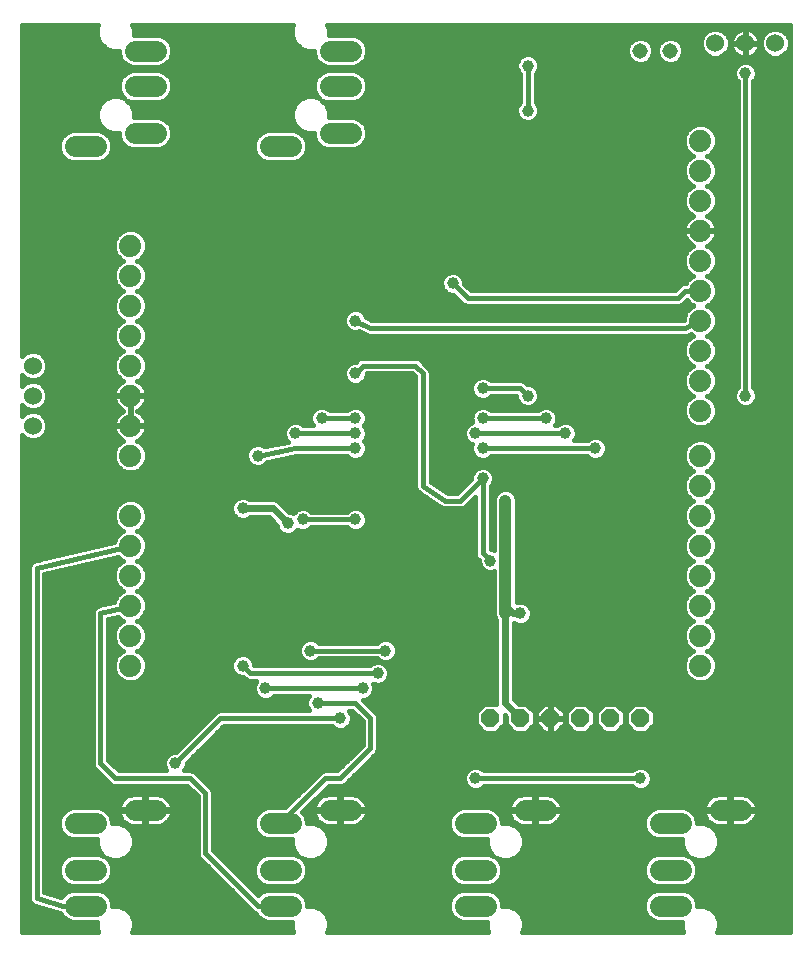
<source format=gbl>
G75*
%MOIN*%
%OFA0B0*%
%FSLAX25Y25*%
%IPPOS*%
%LPD*%
%AMOC8*
5,1,8,0,0,1.08239X$1,22.5*
%
%ADD10C,0.05150*%
%ADD11C,0.07400*%
%ADD12C,0.06000*%
%ADD13OC8,0.06000*%
%ADD14C,0.07087*%
%ADD15C,0.01600*%
%ADD16C,0.03962*%
%ADD17C,0.02400*%
%ADD18C,0.04000*%
D10*
X0214300Y0306874D03*
X0224300Y0306874D03*
D11*
X0234300Y0276874D03*
X0234300Y0266874D03*
X0234300Y0256874D03*
X0234300Y0246874D03*
X0234300Y0236874D03*
X0234300Y0226874D03*
X0234300Y0216874D03*
X0234300Y0206874D03*
X0234300Y0196874D03*
X0234300Y0186874D03*
X0234300Y0171874D03*
X0234300Y0161874D03*
X0234300Y0151874D03*
X0234300Y0141874D03*
X0234300Y0131874D03*
X0234300Y0121874D03*
X0234300Y0111874D03*
X0234300Y0101874D03*
X0044300Y0101874D03*
X0044300Y0111874D03*
X0044300Y0121874D03*
X0044300Y0131874D03*
X0044300Y0141874D03*
X0044300Y0151874D03*
X0044300Y0171874D03*
X0044300Y0181874D03*
X0044300Y0191874D03*
X0044300Y0201874D03*
X0044300Y0211874D03*
X0044300Y0221874D03*
X0044300Y0231874D03*
X0044300Y0241874D03*
D12*
X0011800Y0201874D03*
X0011800Y0191874D03*
X0011800Y0181874D03*
X0239300Y0309374D03*
X0249300Y0309374D03*
X0259300Y0309374D03*
D13*
X0214300Y0084374D03*
X0204300Y0084374D03*
X0194300Y0084374D03*
X0184300Y0084374D03*
X0174300Y0084374D03*
X0164300Y0084374D03*
D14*
X0175757Y0053749D02*
X0182843Y0053749D01*
X0162843Y0049374D02*
X0155757Y0049374D01*
X0155757Y0033749D02*
X0162843Y0033749D01*
X0162843Y0021874D02*
X0155757Y0021874D01*
X0117843Y0053749D02*
X0110757Y0053749D01*
X0097843Y0049374D02*
X0090757Y0049374D01*
X0090757Y0033749D02*
X0097843Y0033749D01*
X0097843Y0021874D02*
X0090757Y0021874D01*
X0052843Y0053749D02*
X0045757Y0053749D01*
X0032843Y0049374D02*
X0025757Y0049374D01*
X0025757Y0033749D02*
X0032843Y0033749D01*
X0032843Y0021874D02*
X0025757Y0021874D01*
X0025757Y0274999D02*
X0032843Y0274999D01*
X0045757Y0279374D02*
X0052843Y0279374D01*
X0052843Y0294999D02*
X0045757Y0294999D01*
X0045757Y0306874D02*
X0052843Y0306874D01*
X0090757Y0274999D02*
X0097843Y0274999D01*
X0110757Y0279374D02*
X0117843Y0279374D01*
X0117843Y0294999D02*
X0110757Y0294999D01*
X0110757Y0306874D02*
X0117843Y0306874D01*
X0240757Y0053749D02*
X0247843Y0053749D01*
X0227843Y0049374D02*
X0220757Y0049374D01*
X0220757Y0033749D02*
X0227843Y0033749D01*
X0227843Y0021874D02*
X0220757Y0021874D01*
D15*
X0008100Y0013174D02*
X0008100Y0178786D01*
X0009081Y0177805D01*
X0010845Y0177074D01*
X0012755Y0177074D01*
X0014519Y0177805D01*
X0015869Y0179155D01*
X0016600Y0180919D01*
X0016600Y0182829D01*
X0015869Y0184593D01*
X0014519Y0185943D01*
X0012755Y0186674D01*
X0010845Y0186674D01*
X0009081Y0185943D01*
X0008100Y0184962D01*
X0008100Y0188786D01*
X0009081Y0187805D01*
X0010845Y0187074D01*
X0012755Y0187074D01*
X0014519Y0187805D01*
X0015869Y0189155D01*
X0016600Y0190919D01*
X0016600Y0192829D01*
X0015869Y0194593D01*
X0014519Y0195943D01*
X0012755Y0196674D01*
X0010845Y0196674D01*
X0009081Y0195943D01*
X0008100Y0194962D01*
X0008100Y0198786D01*
X0009081Y0197805D01*
X0010845Y0197074D01*
X0012755Y0197074D01*
X0014519Y0197805D01*
X0015869Y0199155D01*
X0016600Y0200919D01*
X0016600Y0202829D01*
X0015869Y0204593D01*
X0014519Y0205943D01*
X0012755Y0206674D01*
X0010845Y0206674D01*
X0009081Y0205943D01*
X0008100Y0204962D01*
X0008100Y0315535D01*
X0033649Y0315535D01*
X0033138Y0314301D01*
X0033138Y0311849D01*
X0034076Y0309584D01*
X0035809Y0307851D01*
X0038074Y0306913D01*
X0040413Y0306913D01*
X0040413Y0305811D01*
X0041227Y0303847D01*
X0042730Y0302344D01*
X0044694Y0301531D01*
X0053906Y0301531D01*
X0055870Y0302344D01*
X0057373Y0303847D01*
X0058187Y0305811D01*
X0058187Y0307937D01*
X0057373Y0309901D01*
X0055870Y0311404D01*
X0053906Y0312217D01*
X0045462Y0312217D01*
X0045462Y0314301D01*
X0044951Y0315535D01*
X0098649Y0315535D01*
X0098138Y0314301D01*
X0098138Y0311849D01*
X0099076Y0309584D01*
X0100809Y0307851D01*
X0103074Y0306913D01*
X0105413Y0306913D01*
X0105413Y0305811D01*
X0106227Y0303847D01*
X0107730Y0302344D01*
X0109694Y0301531D01*
X0118906Y0301531D01*
X0120870Y0302344D01*
X0122373Y0303847D01*
X0123187Y0305811D01*
X0123187Y0307937D01*
X0122373Y0309901D01*
X0120870Y0311404D01*
X0118906Y0312217D01*
X0110462Y0312217D01*
X0110462Y0314301D01*
X0109951Y0315535D01*
X0264201Y0315535D01*
X0264201Y0013174D01*
X0239935Y0013174D01*
X0240462Y0014447D01*
X0240462Y0016899D01*
X0239524Y0019164D01*
X0237791Y0020897D01*
X0235526Y0021835D01*
X0233187Y0021835D01*
X0233187Y0022937D01*
X0232373Y0024901D01*
X0230870Y0026404D01*
X0228906Y0027217D01*
X0219694Y0027217D01*
X0217730Y0026404D01*
X0216227Y0024901D01*
X0215413Y0022937D01*
X0215413Y0020811D01*
X0216227Y0018847D01*
X0217730Y0017344D01*
X0219694Y0016531D01*
X0228138Y0016531D01*
X0228138Y0014447D01*
X0228665Y0013174D01*
X0174935Y0013174D01*
X0175462Y0014447D01*
X0175462Y0016899D01*
X0174524Y0019164D01*
X0172791Y0020897D01*
X0170526Y0021835D01*
X0168187Y0021835D01*
X0168187Y0022937D01*
X0167373Y0024901D01*
X0165870Y0026404D01*
X0163906Y0027217D01*
X0154694Y0027217D01*
X0152730Y0026404D01*
X0151227Y0024901D01*
X0150413Y0022937D01*
X0150413Y0020811D01*
X0151227Y0018847D01*
X0152730Y0017344D01*
X0154694Y0016531D01*
X0163138Y0016531D01*
X0163138Y0014447D01*
X0163665Y0013174D01*
X0109935Y0013174D01*
X0110462Y0014447D01*
X0110462Y0016899D01*
X0109524Y0019164D01*
X0107791Y0020897D01*
X0105526Y0021835D01*
X0103187Y0021835D01*
X0103187Y0022937D01*
X0102373Y0024901D01*
X0100870Y0026404D01*
X0098906Y0027217D01*
X0089694Y0027217D01*
X0087730Y0026404D01*
X0086839Y0025512D01*
X0071900Y0040451D01*
X0071900Y0059891D01*
X0071504Y0060847D01*
X0066504Y0065847D01*
X0065773Y0066578D01*
X0064817Y0066974D01*
X0062247Y0066974D01*
X0062505Y0067232D01*
X0063081Y0068622D01*
X0063081Y0069478D01*
X0075377Y0081774D01*
X0111553Y0081774D01*
X0112158Y0081169D01*
X0113548Y0080593D01*
X0115052Y0080593D01*
X0116442Y0081169D01*
X0117505Y0082232D01*
X0118081Y0083622D01*
X0118081Y0085126D01*
X0117505Y0086516D01*
X0117247Y0086774D01*
X0118223Y0086774D01*
X0121700Y0083297D01*
X0121700Y0075451D01*
X0113223Y0066974D01*
X0108783Y0066974D01*
X0107827Y0066578D01*
X0095966Y0054717D01*
X0089694Y0054717D01*
X0087730Y0053904D01*
X0086227Y0052401D01*
X0085413Y0050437D01*
X0085413Y0048311D01*
X0086227Y0046347D01*
X0087730Y0044844D01*
X0089694Y0044031D01*
X0098138Y0044031D01*
X0098138Y0042007D01*
X0099076Y0039742D01*
X0100305Y0038513D01*
X0098906Y0039092D01*
X0089694Y0039092D01*
X0087730Y0038279D01*
X0086227Y0036776D01*
X0085413Y0034812D01*
X0085413Y0032686D01*
X0086227Y0030722D01*
X0087730Y0029219D01*
X0089694Y0028406D01*
X0098906Y0028406D01*
X0100870Y0029219D01*
X0102373Y0030722D01*
X0103187Y0032686D01*
X0103187Y0034812D01*
X0102373Y0036776D01*
X0101375Y0037774D01*
X0103074Y0037070D01*
X0105526Y0037070D01*
X0107791Y0038008D01*
X0109524Y0039742D01*
X0110462Y0042007D01*
X0110462Y0044458D01*
X0109524Y0046723D01*
X0107791Y0048456D01*
X0105526Y0049394D01*
X0103187Y0049394D01*
X0103187Y0050437D01*
X0102373Y0052401D01*
X0101688Y0053085D01*
X0110377Y0061774D01*
X0114817Y0061774D01*
X0115773Y0062170D01*
X0116504Y0062901D01*
X0125773Y0072170D01*
X0126504Y0072901D01*
X0126900Y0073857D01*
X0126900Y0084891D01*
X0126504Y0085847D01*
X0121758Y0090593D01*
X0122552Y0090593D01*
X0123942Y0091169D01*
X0125005Y0092232D01*
X0125581Y0093622D01*
X0125581Y0095126D01*
X0125251Y0095923D01*
X0126048Y0095593D01*
X0127552Y0095593D01*
X0128942Y0096169D01*
X0130005Y0097232D01*
X0130581Y0098622D01*
X0130581Y0100126D01*
X0130005Y0101516D01*
X0128942Y0102579D01*
X0127552Y0103155D01*
X0126048Y0103155D01*
X0124658Y0102579D01*
X0124053Y0101974D01*
X0085581Y0101974D01*
X0085581Y0102626D01*
X0085005Y0104016D01*
X0083942Y0105079D01*
X0082552Y0105655D01*
X0081048Y0105655D01*
X0079658Y0105079D01*
X0078595Y0104016D01*
X0078019Y0102626D01*
X0078019Y0101122D01*
X0078595Y0099732D01*
X0079658Y0098669D01*
X0081048Y0098093D01*
X0081904Y0098093D01*
X0082096Y0097901D01*
X0082827Y0097170D01*
X0083783Y0096774D01*
X0086353Y0096774D01*
X0086095Y0096516D01*
X0085519Y0095126D01*
X0085519Y0093622D01*
X0086095Y0092232D01*
X0087158Y0091169D01*
X0088548Y0090593D01*
X0090052Y0090593D01*
X0091442Y0091169D01*
X0092047Y0091774D01*
X0103853Y0091774D01*
X0103595Y0091516D01*
X0103019Y0090126D01*
X0103019Y0088622D01*
X0103595Y0087232D01*
X0103853Y0086974D01*
X0073783Y0086974D01*
X0072827Y0086578D01*
X0059404Y0073155D01*
X0058548Y0073155D01*
X0057158Y0072579D01*
X0056095Y0071516D01*
X0055519Y0070126D01*
X0055519Y0068622D01*
X0056095Y0067232D01*
X0056353Y0066974D01*
X0040377Y0066974D01*
X0036900Y0070451D01*
X0036900Y0117344D01*
X0040221Y0118174D01*
X0041184Y0117211D01*
X0041999Y0116874D01*
X0041184Y0116537D01*
X0039637Y0114990D01*
X0038800Y0112968D01*
X0038800Y0110780D01*
X0039637Y0108759D01*
X0041184Y0107211D01*
X0041999Y0106874D01*
X0041184Y0106537D01*
X0039637Y0104990D01*
X0038800Y0102968D01*
X0038800Y0100780D01*
X0039637Y0098759D01*
X0041184Y0097211D01*
X0043206Y0096374D01*
X0045394Y0096374D01*
X0047415Y0097211D01*
X0048963Y0098759D01*
X0049800Y0100780D01*
X0049800Y0102968D01*
X0048963Y0104990D01*
X0047415Y0106537D01*
X0046601Y0106874D01*
X0047415Y0107211D01*
X0048963Y0108759D01*
X0049800Y0110780D01*
X0049800Y0112968D01*
X0048963Y0114990D01*
X0047415Y0116537D01*
X0046601Y0116874D01*
X0047415Y0117211D01*
X0048963Y0118759D01*
X0049800Y0120780D01*
X0049800Y0122968D01*
X0048963Y0124990D01*
X0047415Y0126537D01*
X0046601Y0126874D01*
X0047415Y0127211D01*
X0048963Y0128759D01*
X0049800Y0130780D01*
X0049800Y0132968D01*
X0048963Y0134990D01*
X0047415Y0136537D01*
X0046601Y0136874D01*
X0047415Y0137211D01*
X0048963Y0138759D01*
X0049800Y0140780D01*
X0049800Y0142968D01*
X0048963Y0144990D01*
X0047415Y0146537D01*
X0046601Y0146874D01*
X0047415Y0147211D01*
X0048963Y0148759D01*
X0049800Y0150780D01*
X0049800Y0152968D01*
X0048963Y0154990D01*
X0047415Y0156537D01*
X0045394Y0157374D01*
X0043206Y0157374D01*
X0041184Y0156537D01*
X0039637Y0154990D01*
X0038800Y0152968D01*
X0038800Y0150780D01*
X0039637Y0148759D01*
X0041184Y0147211D01*
X0041999Y0146874D01*
X0041184Y0146537D01*
X0039637Y0144990D01*
X0038920Y0143257D01*
X0012742Y0136974D01*
X0012533Y0136974D01*
X0012244Y0136854D01*
X0011940Y0136782D01*
X0011771Y0136658D01*
X0011577Y0136578D01*
X0011356Y0136357D01*
X0011103Y0136174D01*
X0010994Y0135995D01*
X0010846Y0135847D01*
X0010726Y0135558D01*
X0010563Y0135292D01*
X0010530Y0135085D01*
X0010450Y0134891D01*
X0010450Y0134579D01*
X0010401Y0134270D01*
X0010450Y0134066D01*
X0010450Y0024738D01*
X0010408Y0024591D01*
X0010450Y0024225D01*
X0010450Y0023857D01*
X0010509Y0023715D01*
X0010526Y0023563D01*
X0010705Y0023241D01*
X0010846Y0022901D01*
X0010954Y0022793D01*
X0011028Y0022659D01*
X0011317Y0022430D01*
X0011577Y0022170D01*
X0011719Y0022111D01*
X0011838Y0022016D01*
X0012193Y0021915D01*
X0012533Y0021774D01*
X0012686Y0021774D01*
X0020943Y0019415D01*
X0021002Y0019390D01*
X0021227Y0018847D01*
X0022730Y0017344D01*
X0024694Y0016531D01*
X0033138Y0016531D01*
X0033138Y0014447D01*
X0033665Y0013174D01*
X0008100Y0013174D01*
X0008100Y0014170D02*
X0033253Y0014170D01*
X0033138Y0015768D02*
X0008100Y0015768D01*
X0008100Y0017367D02*
X0022708Y0017367D01*
X0021178Y0018965D02*
X0008100Y0018965D01*
X0008100Y0020564D02*
X0016922Y0020564D01*
X0021800Y0021874D02*
X0029300Y0021874D01*
X0033906Y0027217D02*
X0024694Y0027217D01*
X0022730Y0026404D01*
X0021227Y0024901D01*
X0021168Y0024759D01*
X0015650Y0026335D01*
X0015650Y0132324D01*
X0040184Y0138212D01*
X0041184Y0137211D01*
X0041999Y0136874D01*
X0041184Y0136537D01*
X0039637Y0134990D01*
X0038800Y0132968D01*
X0038800Y0130780D01*
X0039637Y0128759D01*
X0041184Y0127211D01*
X0041999Y0126874D01*
X0041184Y0126537D01*
X0039637Y0124990D01*
X0038897Y0123203D01*
X0033980Y0121974D01*
X0033783Y0121974D01*
X0033483Y0121850D01*
X0033168Y0121771D01*
X0033009Y0121654D01*
X0032827Y0121578D01*
X0032598Y0121349D01*
X0032337Y0121155D01*
X0032235Y0120986D01*
X0032096Y0120847D01*
X0031972Y0120547D01*
X0031804Y0120268D01*
X0031775Y0120073D01*
X0031700Y0119891D01*
X0031700Y0119566D01*
X0031652Y0119245D01*
X0031700Y0119054D01*
X0031700Y0068857D01*
X0032096Y0067901D01*
X0032827Y0067170D01*
X0037827Y0062170D01*
X0038783Y0061774D01*
X0063223Y0061774D01*
X0066700Y0058297D01*
X0066700Y0038857D01*
X0067096Y0037901D01*
X0067827Y0037170D01*
X0085327Y0019670D01*
X0086002Y0019390D01*
X0086227Y0018847D01*
X0087730Y0017344D01*
X0089694Y0016531D01*
X0098138Y0016531D01*
X0098138Y0014447D01*
X0098665Y0013174D01*
X0044935Y0013174D01*
X0045462Y0014447D01*
X0045462Y0016899D01*
X0044524Y0019164D01*
X0042791Y0020897D01*
X0040526Y0021835D01*
X0038187Y0021835D01*
X0038187Y0022937D01*
X0037373Y0024901D01*
X0035870Y0026404D01*
X0033906Y0027217D01*
X0034533Y0026958D02*
X0078039Y0026958D01*
X0076441Y0028556D02*
X0034269Y0028556D01*
X0033906Y0028406D02*
X0035870Y0029219D01*
X0037373Y0030722D01*
X0038187Y0032686D01*
X0038187Y0034812D01*
X0037373Y0036776D01*
X0036375Y0037774D01*
X0038074Y0037070D01*
X0040526Y0037070D01*
X0042791Y0038008D01*
X0044524Y0039742D01*
X0045462Y0042007D01*
X0045462Y0044458D01*
X0044524Y0046723D01*
X0042791Y0048456D01*
X0040526Y0049394D01*
X0038187Y0049394D01*
X0038187Y0050437D01*
X0037373Y0052401D01*
X0035870Y0053904D01*
X0033906Y0054717D01*
X0024694Y0054717D01*
X0022730Y0053904D01*
X0021227Y0052401D01*
X0020413Y0050437D01*
X0020413Y0048311D01*
X0021227Y0046347D01*
X0022730Y0044844D01*
X0024694Y0044031D01*
X0033138Y0044031D01*
X0033138Y0042007D01*
X0034076Y0039742D01*
X0035305Y0038513D01*
X0033906Y0039092D01*
X0024694Y0039092D01*
X0022730Y0038279D01*
X0021227Y0036776D01*
X0020413Y0034812D01*
X0020413Y0032686D01*
X0021227Y0030722D01*
X0022730Y0029219D01*
X0024694Y0028406D01*
X0033906Y0028406D01*
X0036806Y0030155D02*
X0074842Y0030155D01*
X0073244Y0031753D02*
X0037800Y0031753D01*
X0038187Y0033352D02*
X0071645Y0033352D01*
X0070047Y0034950D02*
X0038129Y0034950D01*
X0037467Y0036549D02*
X0068448Y0036549D01*
X0066994Y0038147D02*
X0042930Y0038147D01*
X0044526Y0039746D02*
X0066700Y0039746D01*
X0066700Y0041344D02*
X0045188Y0041344D01*
X0045462Y0042943D02*
X0066700Y0042943D01*
X0066700Y0044541D02*
X0045428Y0044541D01*
X0044766Y0046140D02*
X0066700Y0046140D01*
X0066700Y0047738D02*
X0043509Y0047738D01*
X0043706Y0048797D02*
X0044505Y0048537D01*
X0045336Y0048406D01*
X0048919Y0048406D01*
X0048919Y0053368D01*
X0049681Y0053368D01*
X0049681Y0054130D01*
X0048919Y0054130D01*
X0048919Y0059092D01*
X0045336Y0059092D01*
X0044505Y0058961D01*
X0043706Y0058701D01*
X0042956Y0058319D01*
X0042276Y0057825D01*
X0041681Y0057230D01*
X0041187Y0056550D01*
X0040805Y0055800D01*
X0040545Y0055000D01*
X0040413Y0054170D01*
X0040413Y0054130D01*
X0048919Y0054130D01*
X0048919Y0053368D01*
X0040413Y0053368D01*
X0040413Y0053328D01*
X0040545Y0052498D01*
X0040805Y0051698D01*
X0041187Y0050949D01*
X0041681Y0050268D01*
X0042276Y0049673D01*
X0042956Y0049179D01*
X0043706Y0048797D01*
X0042739Y0049337D02*
X0040665Y0049337D01*
X0041196Y0050935D02*
X0037980Y0050935D01*
X0037240Y0052534D02*
X0040539Y0052534D01*
X0040413Y0054132D02*
X0035318Y0054132D01*
X0040782Y0055731D02*
X0015650Y0055731D01*
X0015650Y0057329D02*
X0041780Y0057329D01*
X0044404Y0058928D02*
X0015650Y0058928D01*
X0015650Y0060526D02*
X0064471Y0060526D01*
X0066069Y0058928D02*
X0054196Y0058928D01*
X0054095Y0058961D02*
X0053264Y0059092D01*
X0049681Y0059092D01*
X0049681Y0054130D01*
X0058187Y0054130D01*
X0058187Y0054170D01*
X0058055Y0055000D01*
X0057795Y0055800D01*
X0057413Y0056550D01*
X0056919Y0057230D01*
X0056324Y0057825D01*
X0055644Y0058319D01*
X0054894Y0058701D01*
X0054095Y0058961D01*
X0056820Y0057329D02*
X0066700Y0057329D01*
X0066700Y0055731D02*
X0057818Y0055731D01*
X0058187Y0054132D02*
X0066700Y0054132D01*
X0066700Y0052534D02*
X0058061Y0052534D01*
X0058055Y0052498D02*
X0058187Y0053328D01*
X0058187Y0053368D01*
X0049681Y0053368D01*
X0049681Y0048406D01*
X0053264Y0048406D01*
X0054095Y0048537D01*
X0054894Y0048797D01*
X0055644Y0049179D01*
X0056324Y0049673D01*
X0056919Y0050268D01*
X0057413Y0050949D01*
X0057795Y0051698D01*
X0058055Y0052498D01*
X0057404Y0050935D02*
X0066700Y0050935D01*
X0066700Y0049337D02*
X0055861Y0049337D01*
X0049681Y0049337D02*
X0048919Y0049337D01*
X0048919Y0050935D02*
X0049681Y0050935D01*
X0049681Y0052534D02*
X0048919Y0052534D01*
X0048919Y0054132D02*
X0049681Y0054132D01*
X0049681Y0055731D02*
X0048919Y0055731D01*
X0048919Y0057329D02*
X0049681Y0057329D01*
X0049681Y0058928D02*
X0048919Y0058928D01*
X0039300Y0064374D02*
X0034300Y0069374D01*
X0034300Y0119374D01*
X0044300Y0121874D01*
X0048277Y0118073D02*
X0165726Y0118073D01*
X0165500Y0118618D02*
X0166079Y0117221D01*
X0166300Y0117000D01*
X0166300Y0089162D01*
X0166288Y0089174D01*
X0162312Y0089174D01*
X0159500Y0086362D01*
X0159500Y0082386D01*
X0162312Y0079574D01*
X0166288Y0079574D01*
X0169100Y0082386D01*
X0169100Y0085331D01*
X0169500Y0084931D01*
X0169500Y0082386D01*
X0172312Y0079574D01*
X0176288Y0079574D01*
X0179100Y0082386D01*
X0179100Y0086362D01*
X0176288Y0089174D01*
X0173743Y0089174D01*
X0172300Y0090617D01*
X0172300Y0116110D01*
X0173548Y0115593D01*
X0175052Y0115593D01*
X0176442Y0116169D01*
X0177505Y0117232D01*
X0178081Y0118622D01*
X0178081Y0120126D01*
X0177505Y0121516D01*
X0176442Y0122579D01*
X0175052Y0123155D01*
X0173548Y0123155D01*
X0173100Y0122970D01*
X0173100Y0157630D01*
X0172521Y0159027D01*
X0171453Y0160095D01*
X0170056Y0160674D01*
X0168544Y0160674D01*
X0167147Y0160095D01*
X0166079Y0159027D01*
X0165500Y0157630D01*
X0165500Y0140470D01*
X0165052Y0140655D01*
X0164400Y0140655D01*
X0164400Y0161627D01*
X0165005Y0162232D01*
X0165581Y0163622D01*
X0165581Y0165126D01*
X0165005Y0166516D01*
X0163942Y0167579D01*
X0162552Y0168155D01*
X0161048Y0168155D01*
X0159658Y0167579D01*
X0158595Y0166516D01*
X0158019Y0165126D01*
X0158019Y0164270D01*
X0153223Y0159474D01*
X0150087Y0159474D01*
X0144400Y0163265D01*
X0144400Y0199891D01*
X0144004Y0200847D01*
X0143273Y0201578D01*
X0140773Y0204078D01*
X0139817Y0204474D01*
X0121283Y0204474D01*
X0120327Y0204078D01*
X0119596Y0203347D01*
X0119404Y0203155D01*
X0118548Y0203155D01*
X0117158Y0202579D01*
X0116095Y0201516D01*
X0115519Y0200126D01*
X0115519Y0198622D01*
X0116095Y0197232D01*
X0117158Y0196169D01*
X0118548Y0195593D01*
X0120052Y0195593D01*
X0121442Y0196169D01*
X0122505Y0197232D01*
X0123081Y0198622D01*
X0123081Y0199274D01*
X0138223Y0199274D01*
X0139200Y0198297D01*
X0139200Y0162129D01*
X0139149Y0161871D01*
X0139200Y0161617D01*
X0139200Y0161357D01*
X0139300Y0161114D01*
X0139352Y0160857D01*
X0139496Y0160641D01*
X0139596Y0160401D01*
X0139781Y0160216D01*
X0139927Y0159998D01*
X0140144Y0159853D01*
X0140327Y0159670D01*
X0140570Y0159569D01*
X0147644Y0154853D01*
X0147827Y0154670D01*
X0148070Y0154569D01*
X0148288Y0154424D01*
X0148543Y0154373D01*
X0148783Y0154274D01*
X0149045Y0154274D01*
X0149303Y0154223D01*
X0149557Y0154274D01*
X0154817Y0154274D01*
X0155773Y0154670D01*
X0159200Y0158097D01*
X0159200Y0138857D01*
X0159596Y0137901D01*
X0160327Y0137170D01*
X0160519Y0136978D01*
X0160519Y0136122D01*
X0161095Y0134732D01*
X0162158Y0133669D01*
X0163548Y0133093D01*
X0165052Y0133093D01*
X0165500Y0133278D01*
X0165500Y0118618D01*
X0165500Y0119671D02*
X0049341Y0119671D01*
X0049800Y0121270D02*
X0165500Y0121270D01*
X0165500Y0122868D02*
X0049800Y0122868D01*
X0049179Y0124467D02*
X0165500Y0124467D01*
X0165500Y0126065D02*
X0047887Y0126065D01*
X0047868Y0127664D02*
X0165500Y0127664D01*
X0165500Y0129262D02*
X0049171Y0129262D01*
X0049800Y0130861D02*
X0165500Y0130861D01*
X0165500Y0132459D02*
X0049800Y0132459D01*
X0049349Y0134058D02*
X0161769Y0134058D01*
X0160712Y0135656D02*
X0048296Y0135656D01*
X0047459Y0137255D02*
X0160242Y0137255D01*
X0159201Y0138853D02*
X0049002Y0138853D01*
X0049664Y0140452D02*
X0159200Y0140452D01*
X0159200Y0142050D02*
X0049800Y0142050D01*
X0049518Y0143649D02*
X0159200Y0143649D01*
X0159200Y0145247D02*
X0048705Y0145247D01*
X0046669Y0146846D02*
X0093981Y0146846D01*
X0093595Y0147232D02*
X0094658Y0146169D01*
X0096048Y0145593D01*
X0097552Y0145593D01*
X0098942Y0146169D01*
X0100005Y0147232D01*
X0100020Y0147268D01*
X0101048Y0146843D01*
X0102552Y0146843D01*
X0103942Y0147419D01*
X0104547Y0148024D01*
X0116553Y0148024D01*
X0117158Y0147419D01*
X0118548Y0146843D01*
X0120052Y0146843D01*
X0121442Y0147419D01*
X0122505Y0148482D01*
X0123081Y0149872D01*
X0123081Y0151376D01*
X0122505Y0152766D01*
X0121442Y0153829D01*
X0120052Y0154405D01*
X0118548Y0154405D01*
X0117158Y0153829D01*
X0116553Y0153224D01*
X0104547Y0153224D01*
X0103942Y0153829D01*
X0102552Y0154405D01*
X0101048Y0154405D01*
X0099658Y0153829D01*
X0098595Y0152766D01*
X0098580Y0152730D01*
X0097552Y0153155D01*
X0097262Y0153155D01*
X0093499Y0156917D01*
X0092397Y0157374D01*
X0084147Y0157374D01*
X0083942Y0157579D01*
X0082552Y0158155D01*
X0081048Y0158155D01*
X0079658Y0157579D01*
X0078595Y0156516D01*
X0078019Y0155126D01*
X0078019Y0153622D01*
X0078595Y0152232D01*
X0079658Y0151169D01*
X0081048Y0150593D01*
X0082552Y0150593D01*
X0083942Y0151169D01*
X0084147Y0151374D01*
X0090557Y0151374D01*
X0093019Y0148912D01*
X0093019Y0148622D01*
X0093595Y0147232D01*
X0093092Y0148445D02*
X0048649Y0148445D01*
X0049495Y0150043D02*
X0091888Y0150043D01*
X0095578Y0154839D02*
X0147659Y0154839D01*
X0149300Y0156874D02*
X0154300Y0156874D01*
X0161800Y0164374D01*
X0161800Y0139374D01*
X0164300Y0136874D01*
X0164400Y0142050D02*
X0165500Y0142050D01*
X0165500Y0143649D02*
X0164400Y0143649D01*
X0164400Y0145247D02*
X0165500Y0145247D01*
X0165500Y0146846D02*
X0164400Y0146846D01*
X0164400Y0148445D02*
X0165500Y0148445D01*
X0165500Y0150043D02*
X0164400Y0150043D01*
X0164400Y0151642D02*
X0165500Y0151642D01*
X0165500Y0153240D02*
X0164400Y0153240D01*
X0164400Y0154839D02*
X0165500Y0154839D01*
X0165500Y0156437D02*
X0164400Y0156437D01*
X0164400Y0158036D02*
X0165668Y0158036D01*
X0166686Y0159634D02*
X0164400Y0159634D01*
X0164400Y0161233D02*
X0228800Y0161233D01*
X0228800Y0160780D02*
X0229637Y0158759D01*
X0231184Y0157211D01*
X0231999Y0156874D01*
X0231184Y0156537D01*
X0229637Y0154990D01*
X0228800Y0152968D01*
X0228800Y0150780D01*
X0229637Y0148759D01*
X0231184Y0147211D01*
X0231999Y0146874D01*
X0231184Y0146537D01*
X0229637Y0144990D01*
X0228800Y0142968D01*
X0228800Y0140780D01*
X0229637Y0138759D01*
X0231184Y0137211D01*
X0231999Y0136874D01*
X0231184Y0136537D01*
X0229637Y0134990D01*
X0228800Y0132968D01*
X0228800Y0130780D01*
X0229637Y0128759D01*
X0231184Y0127211D01*
X0231999Y0126874D01*
X0231184Y0126537D01*
X0229637Y0124990D01*
X0228800Y0122968D01*
X0228800Y0120780D01*
X0229637Y0118759D01*
X0231184Y0117211D01*
X0231999Y0116874D01*
X0231184Y0116537D01*
X0229637Y0114990D01*
X0228800Y0112968D01*
X0228800Y0110780D01*
X0229637Y0108759D01*
X0231184Y0107211D01*
X0231999Y0106874D01*
X0231184Y0106537D01*
X0229637Y0104990D01*
X0228800Y0102968D01*
X0228800Y0100780D01*
X0229637Y0098759D01*
X0231184Y0097211D01*
X0233206Y0096374D01*
X0235394Y0096374D01*
X0237415Y0097211D01*
X0238963Y0098759D01*
X0239800Y0100780D01*
X0239800Y0102968D01*
X0238963Y0104990D01*
X0237415Y0106537D01*
X0236601Y0106874D01*
X0237415Y0107211D01*
X0238963Y0108759D01*
X0239800Y0110780D01*
X0239800Y0112968D01*
X0238963Y0114990D01*
X0237415Y0116537D01*
X0236601Y0116874D01*
X0237415Y0117211D01*
X0238963Y0118759D01*
X0239800Y0120780D01*
X0239800Y0122968D01*
X0238963Y0124990D01*
X0237415Y0126537D01*
X0236601Y0126874D01*
X0237415Y0127211D01*
X0238963Y0128759D01*
X0239800Y0130780D01*
X0239800Y0132968D01*
X0238963Y0134990D01*
X0237415Y0136537D01*
X0236601Y0136874D01*
X0237415Y0137211D01*
X0238963Y0138759D01*
X0239800Y0140780D01*
X0239800Y0142968D01*
X0238963Y0144990D01*
X0237415Y0146537D01*
X0236601Y0146874D01*
X0237415Y0147211D01*
X0238963Y0148759D01*
X0239800Y0150780D01*
X0239800Y0152968D01*
X0238963Y0154990D01*
X0237415Y0156537D01*
X0236601Y0156874D01*
X0237415Y0157211D01*
X0238963Y0158759D01*
X0239800Y0160780D01*
X0239800Y0162968D01*
X0238963Y0164990D01*
X0237415Y0166537D01*
X0236601Y0166874D01*
X0237415Y0167211D01*
X0238963Y0168759D01*
X0239800Y0170780D01*
X0239800Y0172968D01*
X0238963Y0174990D01*
X0237415Y0176537D01*
X0235394Y0177374D01*
X0233206Y0177374D01*
X0231184Y0176537D01*
X0229637Y0174990D01*
X0228800Y0172968D01*
X0228800Y0170780D01*
X0229637Y0168759D01*
X0231184Y0167211D01*
X0231999Y0166874D01*
X0231184Y0166537D01*
X0229637Y0164990D01*
X0228800Y0162968D01*
X0228800Y0160780D01*
X0229275Y0159634D02*
X0171914Y0159634D01*
X0172932Y0158036D02*
X0230360Y0158036D01*
X0231085Y0156437D02*
X0173100Y0156437D01*
X0173100Y0154839D02*
X0229575Y0154839D01*
X0228913Y0153240D02*
X0173100Y0153240D01*
X0173100Y0151642D02*
X0228800Y0151642D01*
X0229105Y0150043D02*
X0173100Y0150043D01*
X0173100Y0148445D02*
X0229951Y0148445D01*
X0231931Y0146846D02*
X0173100Y0146846D01*
X0173100Y0145247D02*
X0229895Y0145247D01*
X0229082Y0143649D02*
X0173100Y0143649D01*
X0173100Y0142050D02*
X0228800Y0142050D01*
X0228936Y0140452D02*
X0173100Y0140452D01*
X0173100Y0138853D02*
X0229598Y0138853D01*
X0231141Y0137255D02*
X0173100Y0137255D01*
X0173100Y0135656D02*
X0230304Y0135656D01*
X0229251Y0134058D02*
X0173100Y0134058D01*
X0173100Y0132459D02*
X0228800Y0132459D01*
X0228800Y0130861D02*
X0173100Y0130861D01*
X0173100Y0129262D02*
X0229429Y0129262D01*
X0230732Y0127664D02*
X0173100Y0127664D01*
X0173100Y0126065D02*
X0230713Y0126065D01*
X0229421Y0124467D02*
X0173100Y0124467D01*
X0175744Y0122868D02*
X0228800Y0122868D01*
X0228800Y0121270D02*
X0177607Y0121270D01*
X0178081Y0119671D02*
X0229259Y0119671D01*
X0230323Y0118073D02*
X0177854Y0118073D01*
X0176748Y0116474D02*
X0231122Y0116474D01*
X0229590Y0114876D02*
X0172300Y0114876D01*
X0172300Y0113277D02*
X0228928Y0113277D01*
X0228800Y0111679D02*
X0172300Y0111679D01*
X0172300Y0110080D02*
X0229090Y0110080D01*
X0229914Y0108482D02*
X0172300Y0108482D01*
X0172300Y0106883D02*
X0231977Y0106883D01*
X0229933Y0105285D02*
X0172300Y0105285D01*
X0172300Y0103686D02*
X0229097Y0103686D01*
X0228800Y0102088D02*
X0172300Y0102088D01*
X0172300Y0100489D02*
X0228920Y0100489D01*
X0229583Y0098891D02*
X0172300Y0098891D01*
X0172300Y0097292D02*
X0231104Y0097292D01*
X0237496Y0097292D02*
X0264201Y0097292D01*
X0264201Y0095694D02*
X0172300Y0095694D01*
X0172300Y0094095D02*
X0264201Y0094095D01*
X0264201Y0092497D02*
X0172300Y0092497D01*
X0172300Y0090898D02*
X0264201Y0090898D01*
X0264201Y0089300D02*
X0173617Y0089300D01*
X0177761Y0087701D02*
X0180839Y0087701D01*
X0179500Y0086362D02*
X0182312Y0089174D01*
X0184100Y0089174D01*
X0184100Y0084574D01*
X0184100Y0084174D01*
X0184500Y0084174D01*
X0184500Y0084574D01*
X0189100Y0084574D01*
X0189100Y0086362D01*
X0186288Y0089174D01*
X0184500Y0089174D01*
X0184500Y0084574D01*
X0184100Y0084574D01*
X0179500Y0084574D01*
X0179500Y0086362D01*
X0179500Y0086103D02*
X0179100Y0086103D01*
X0179100Y0084504D02*
X0184100Y0084504D01*
X0184100Y0084174D02*
X0179500Y0084174D01*
X0179500Y0082386D01*
X0182312Y0079574D01*
X0184100Y0079574D01*
X0184100Y0084174D01*
X0184500Y0084174D02*
X0184500Y0079574D01*
X0186288Y0079574D01*
X0189100Y0082386D01*
X0189100Y0084174D01*
X0184500Y0084174D01*
X0184500Y0084504D02*
X0189500Y0084504D01*
X0189500Y0082906D02*
X0189100Y0082906D01*
X0189500Y0082386D02*
X0192312Y0079574D01*
X0196288Y0079574D01*
X0199100Y0082386D01*
X0199100Y0086362D01*
X0196288Y0089174D01*
X0192312Y0089174D01*
X0189500Y0086362D01*
X0189500Y0082386D01*
X0190579Y0081307D02*
X0188021Y0081307D01*
X0186423Y0079709D02*
X0192177Y0079709D01*
X0196423Y0079709D02*
X0202177Y0079709D01*
X0202312Y0079574D02*
X0206288Y0079574D01*
X0209100Y0082386D01*
X0209100Y0086362D01*
X0206288Y0089174D01*
X0202312Y0089174D01*
X0199500Y0086362D01*
X0199500Y0082386D01*
X0202312Y0079574D01*
X0200579Y0081307D02*
X0198021Y0081307D01*
X0199100Y0082906D02*
X0199500Y0082906D01*
X0199500Y0084504D02*
X0199100Y0084504D01*
X0199100Y0086103D02*
X0199500Y0086103D01*
X0200839Y0087701D02*
X0197761Y0087701D01*
X0190839Y0087701D02*
X0187761Y0087701D01*
X0189100Y0086103D02*
X0189500Y0086103D01*
X0184500Y0086103D02*
X0184100Y0086103D01*
X0184100Y0087701D02*
X0184500Y0087701D01*
X0184500Y0082906D02*
X0184100Y0082906D01*
X0184100Y0081307D02*
X0184500Y0081307D01*
X0184500Y0079709D02*
X0184100Y0079709D01*
X0182177Y0079709D02*
X0176423Y0079709D01*
X0178021Y0081307D02*
X0180579Y0081307D01*
X0179500Y0082906D02*
X0179100Y0082906D01*
X0172177Y0079709D02*
X0166423Y0079709D01*
X0168021Y0081307D02*
X0170579Y0081307D01*
X0169500Y0082906D02*
X0169100Y0082906D01*
X0169100Y0084504D02*
X0169500Y0084504D01*
X0166300Y0089300D02*
X0123051Y0089300D01*
X0123289Y0090898D02*
X0166300Y0090898D01*
X0166300Y0092497D02*
X0125115Y0092497D01*
X0125581Y0094095D02*
X0166300Y0094095D01*
X0166300Y0095694D02*
X0127795Y0095694D01*
X0125805Y0095694D02*
X0125346Y0095694D01*
X0121800Y0094374D02*
X0089300Y0094374D01*
X0090789Y0090898D02*
X0103339Y0090898D01*
X0103019Y0089300D02*
X0036900Y0089300D01*
X0036900Y0090898D02*
X0087811Y0090898D01*
X0085985Y0092497D02*
X0036900Y0092497D01*
X0036900Y0094095D02*
X0085519Y0094095D01*
X0085754Y0095694D02*
X0036900Y0095694D01*
X0036900Y0097292D02*
X0041104Y0097292D01*
X0039583Y0098891D02*
X0036900Y0098891D01*
X0036900Y0100489D02*
X0038920Y0100489D01*
X0038800Y0102088D02*
X0036900Y0102088D01*
X0036900Y0103686D02*
X0039097Y0103686D01*
X0039933Y0105285D02*
X0036900Y0105285D01*
X0036900Y0106883D02*
X0041977Y0106883D01*
X0039914Y0108482D02*
X0036900Y0108482D01*
X0036900Y0110080D02*
X0039090Y0110080D01*
X0038800Y0111679D02*
X0036900Y0111679D01*
X0036900Y0113277D02*
X0038928Y0113277D01*
X0039590Y0114876D02*
X0036900Y0114876D01*
X0036900Y0116474D02*
X0041122Y0116474D01*
X0040323Y0118073D02*
X0039815Y0118073D01*
X0037557Y0122868D02*
X0015650Y0122868D01*
X0015650Y0121270D02*
X0032491Y0121270D01*
X0031700Y0119671D02*
X0015650Y0119671D01*
X0015650Y0118073D02*
X0031700Y0118073D01*
X0031700Y0116474D02*
X0015650Y0116474D01*
X0015650Y0114876D02*
X0031700Y0114876D01*
X0031700Y0113277D02*
X0015650Y0113277D01*
X0015650Y0111679D02*
X0031700Y0111679D01*
X0031700Y0110080D02*
X0015650Y0110080D01*
X0015650Y0108482D02*
X0031700Y0108482D01*
X0031700Y0106883D02*
X0015650Y0106883D01*
X0015650Y0105285D02*
X0031700Y0105285D01*
X0031700Y0103686D02*
X0015650Y0103686D01*
X0015650Y0102088D02*
X0031700Y0102088D01*
X0031700Y0100489D02*
X0015650Y0100489D01*
X0015650Y0098891D02*
X0031700Y0098891D01*
X0031700Y0097292D02*
X0015650Y0097292D01*
X0015650Y0095694D02*
X0031700Y0095694D01*
X0031700Y0094095D02*
X0015650Y0094095D01*
X0015650Y0092497D02*
X0031700Y0092497D01*
X0031700Y0090898D02*
X0015650Y0090898D01*
X0015650Y0089300D02*
X0031700Y0089300D01*
X0031700Y0087701D02*
X0015650Y0087701D01*
X0015650Y0086103D02*
X0031700Y0086103D01*
X0031700Y0084504D02*
X0015650Y0084504D01*
X0015650Y0082906D02*
X0031700Y0082906D01*
X0031700Y0081307D02*
X0015650Y0081307D01*
X0015650Y0079709D02*
X0031700Y0079709D01*
X0031700Y0078110D02*
X0015650Y0078110D01*
X0015650Y0076511D02*
X0031700Y0076511D01*
X0031700Y0074913D02*
X0015650Y0074913D01*
X0015650Y0073314D02*
X0031700Y0073314D01*
X0031700Y0071716D02*
X0015650Y0071716D01*
X0015650Y0070117D02*
X0031700Y0070117D01*
X0031840Y0068519D02*
X0015650Y0068519D01*
X0015650Y0066920D02*
X0033077Y0066920D01*
X0034675Y0065322D02*
X0015650Y0065322D01*
X0015650Y0063723D02*
X0036274Y0063723D01*
X0037936Y0062125D02*
X0015650Y0062125D01*
X0010450Y0062125D02*
X0008100Y0062125D01*
X0008100Y0063723D02*
X0010450Y0063723D01*
X0010450Y0065322D02*
X0008100Y0065322D01*
X0008100Y0066920D02*
X0010450Y0066920D01*
X0010450Y0068519D02*
X0008100Y0068519D01*
X0008100Y0070117D02*
X0010450Y0070117D01*
X0010450Y0071716D02*
X0008100Y0071716D01*
X0008100Y0073314D02*
X0010450Y0073314D01*
X0010450Y0074913D02*
X0008100Y0074913D01*
X0008100Y0076511D02*
X0010450Y0076511D01*
X0010450Y0078110D02*
X0008100Y0078110D01*
X0008100Y0079709D02*
X0010450Y0079709D01*
X0010450Y0081307D02*
X0008100Y0081307D01*
X0008100Y0082906D02*
X0010450Y0082906D01*
X0010450Y0084504D02*
X0008100Y0084504D01*
X0008100Y0086103D02*
X0010450Y0086103D01*
X0010450Y0087701D02*
X0008100Y0087701D01*
X0008100Y0089300D02*
X0010450Y0089300D01*
X0010450Y0090898D02*
X0008100Y0090898D01*
X0008100Y0092497D02*
X0010450Y0092497D01*
X0010450Y0094095D02*
X0008100Y0094095D01*
X0008100Y0095694D02*
X0010450Y0095694D01*
X0010450Y0097292D02*
X0008100Y0097292D01*
X0008100Y0098891D02*
X0010450Y0098891D01*
X0010450Y0100489D02*
X0008100Y0100489D01*
X0008100Y0102088D02*
X0010450Y0102088D01*
X0010450Y0103686D02*
X0008100Y0103686D01*
X0008100Y0105285D02*
X0010450Y0105285D01*
X0010450Y0106883D02*
X0008100Y0106883D01*
X0008100Y0108482D02*
X0010450Y0108482D01*
X0010450Y0110080D02*
X0008100Y0110080D01*
X0008100Y0111679D02*
X0010450Y0111679D01*
X0010450Y0113277D02*
X0008100Y0113277D01*
X0008100Y0114876D02*
X0010450Y0114876D01*
X0010450Y0116474D02*
X0008100Y0116474D01*
X0008100Y0118073D02*
X0010450Y0118073D01*
X0010450Y0119671D02*
X0008100Y0119671D01*
X0008100Y0121270D02*
X0010450Y0121270D01*
X0010450Y0122868D02*
X0008100Y0122868D01*
X0008100Y0124467D02*
X0010450Y0124467D01*
X0010450Y0126065D02*
X0008100Y0126065D01*
X0008100Y0127664D02*
X0010450Y0127664D01*
X0010450Y0129262D02*
X0008100Y0129262D01*
X0008100Y0130861D02*
X0010450Y0130861D01*
X0010450Y0132459D02*
X0008100Y0132459D01*
X0008100Y0134058D02*
X0010450Y0134058D01*
X0010767Y0135656D02*
X0008100Y0135656D01*
X0008100Y0137255D02*
X0013913Y0137255D01*
X0013050Y0134374D02*
X0044300Y0141874D01*
X0041931Y0146846D02*
X0008100Y0146846D01*
X0008100Y0148445D02*
X0039951Y0148445D01*
X0039105Y0150043D02*
X0008100Y0150043D01*
X0008100Y0151642D02*
X0038800Y0151642D01*
X0038913Y0153240D02*
X0008100Y0153240D01*
X0008100Y0154839D02*
X0039575Y0154839D01*
X0041085Y0156437D02*
X0008100Y0156437D01*
X0008100Y0158036D02*
X0080759Y0158036D01*
X0082841Y0158036D02*
X0142870Y0158036D01*
X0145268Y0156437D02*
X0093980Y0156437D01*
X0097177Y0153240D02*
X0099069Y0153240D01*
X0101800Y0150624D02*
X0119300Y0150624D01*
X0116569Y0153240D02*
X0104531Y0153240D01*
X0102560Y0146846D02*
X0118540Y0146846D01*
X0120060Y0146846D02*
X0159200Y0146846D01*
X0159200Y0148445D02*
X0122468Y0148445D01*
X0123081Y0150043D02*
X0159200Y0150043D01*
X0159200Y0151642D02*
X0122971Y0151642D01*
X0122031Y0153240D02*
X0159200Y0153240D01*
X0159200Y0154839D02*
X0155941Y0154839D01*
X0157540Y0156437D02*
X0159200Y0156437D01*
X0159200Y0158036D02*
X0159138Y0158036D01*
X0156580Y0162831D02*
X0145052Y0162831D01*
X0144400Y0164430D02*
X0158019Y0164430D01*
X0158393Y0166028D02*
X0144400Y0166028D01*
X0144400Y0167627D02*
X0159772Y0167627D01*
X0161048Y0170593D02*
X0162552Y0170593D01*
X0163942Y0171169D01*
X0164547Y0171774D01*
X0196553Y0171774D01*
X0197158Y0171169D01*
X0198548Y0170593D01*
X0200052Y0170593D01*
X0201442Y0171169D01*
X0202505Y0172232D01*
X0203081Y0173622D01*
X0203081Y0175126D01*
X0202505Y0176516D01*
X0201442Y0177579D01*
X0200052Y0178155D01*
X0198548Y0178155D01*
X0197158Y0177579D01*
X0196553Y0176974D01*
X0192247Y0176974D01*
X0192505Y0177232D01*
X0193081Y0178622D01*
X0193081Y0180126D01*
X0192505Y0181516D01*
X0191442Y0182579D01*
X0190052Y0183155D01*
X0188548Y0183155D01*
X0187158Y0182579D01*
X0186553Y0181974D01*
X0185791Y0181974D01*
X0186049Y0182232D01*
X0186624Y0183622D01*
X0186624Y0185126D01*
X0186049Y0186516D01*
X0184985Y0187579D01*
X0183595Y0188155D01*
X0182091Y0188155D01*
X0180701Y0187579D01*
X0180096Y0186974D01*
X0164547Y0186974D01*
X0163942Y0187579D01*
X0162552Y0188155D01*
X0161048Y0188155D01*
X0159658Y0187579D01*
X0158595Y0186516D01*
X0158019Y0185126D01*
X0158019Y0183622D01*
X0158261Y0183036D01*
X0157158Y0182579D01*
X0156095Y0181516D01*
X0155519Y0180126D01*
X0155519Y0178622D01*
X0156095Y0177232D01*
X0157158Y0176169D01*
X0158261Y0175712D01*
X0158019Y0175126D01*
X0158019Y0173622D01*
X0158595Y0172232D01*
X0159658Y0171169D01*
X0161048Y0170593D01*
X0160491Y0170824D02*
X0144400Y0170824D01*
X0144400Y0172422D02*
X0158516Y0172422D01*
X0158019Y0174021D02*
X0144400Y0174021D01*
X0144400Y0175619D02*
X0158223Y0175619D01*
X0156109Y0177218D02*
X0144400Y0177218D01*
X0144400Y0178816D02*
X0155519Y0178816D01*
X0155638Y0180415D02*
X0144400Y0180415D01*
X0144400Y0182013D02*
X0156592Y0182013D01*
X0158023Y0183612D02*
X0144400Y0183612D01*
X0144400Y0185210D02*
X0158054Y0185210D01*
X0158887Y0186809D02*
X0144400Y0186809D01*
X0144400Y0188407D02*
X0175289Y0188407D01*
X0174658Y0188669D02*
X0176048Y0188093D01*
X0177552Y0188093D01*
X0178942Y0188669D01*
X0180005Y0189732D01*
X0180581Y0191122D01*
X0180581Y0192626D01*
X0180005Y0194016D01*
X0178942Y0195079D01*
X0177552Y0195655D01*
X0176696Y0195655D01*
X0176504Y0195847D01*
X0175773Y0196578D01*
X0174817Y0196974D01*
X0164547Y0196974D01*
X0163942Y0197579D01*
X0162552Y0198155D01*
X0161048Y0198155D01*
X0159658Y0197579D01*
X0158595Y0196516D01*
X0158019Y0195126D01*
X0158019Y0193622D01*
X0158595Y0192232D01*
X0159658Y0191169D01*
X0161048Y0190593D01*
X0162552Y0190593D01*
X0163942Y0191169D01*
X0164547Y0191774D01*
X0173019Y0191774D01*
X0173019Y0191122D01*
X0173595Y0189732D01*
X0174658Y0188669D01*
X0173481Y0190006D02*
X0144400Y0190006D01*
X0144400Y0191604D02*
X0159222Y0191604D01*
X0158192Y0193203D02*
X0144400Y0193203D01*
X0144400Y0194801D02*
X0158019Y0194801D01*
X0158546Y0196400D02*
X0144400Y0196400D01*
X0144400Y0197998D02*
X0160669Y0197998D01*
X0162931Y0197998D02*
X0228813Y0197998D01*
X0228800Y0197968D02*
X0228800Y0195780D01*
X0229637Y0193759D01*
X0231184Y0192211D01*
X0231999Y0191874D01*
X0231184Y0191537D01*
X0229637Y0189990D01*
X0228800Y0187968D01*
X0228800Y0185780D01*
X0229637Y0183759D01*
X0231184Y0182211D01*
X0233206Y0181374D01*
X0235394Y0181374D01*
X0237415Y0182211D01*
X0238963Y0183759D01*
X0239800Y0185780D01*
X0239800Y0187968D01*
X0238963Y0189990D01*
X0237415Y0191537D01*
X0236601Y0191874D01*
X0237415Y0192211D01*
X0238963Y0193759D01*
X0239800Y0195780D01*
X0239800Y0197968D01*
X0238963Y0199990D01*
X0237415Y0201537D01*
X0236601Y0201874D01*
X0237415Y0202211D01*
X0238963Y0203759D01*
X0239800Y0205780D01*
X0239800Y0207968D01*
X0238963Y0209990D01*
X0237415Y0211537D01*
X0236601Y0211874D01*
X0237415Y0212211D01*
X0238963Y0213759D01*
X0239800Y0215780D01*
X0239800Y0217968D01*
X0238963Y0219990D01*
X0237415Y0221537D01*
X0236601Y0221874D01*
X0237415Y0222211D01*
X0238963Y0223759D01*
X0239800Y0225780D01*
X0239800Y0227968D01*
X0238963Y0229990D01*
X0237415Y0231537D01*
X0236601Y0231874D01*
X0237415Y0232211D01*
X0238963Y0233759D01*
X0239800Y0235780D01*
X0239800Y0237968D01*
X0238963Y0239990D01*
X0237415Y0241537D01*
X0236601Y0241874D01*
X0237183Y0242170D01*
X0237883Y0242679D01*
X0238495Y0243291D01*
X0239004Y0243991D01*
X0239397Y0244763D01*
X0239665Y0245586D01*
X0239800Y0246441D01*
X0239800Y0246674D01*
X0234500Y0246674D01*
X0234500Y0247074D01*
X0239800Y0247074D01*
X0239800Y0247307D01*
X0239665Y0248162D01*
X0239397Y0248985D01*
X0239004Y0249757D01*
X0238495Y0250457D01*
X0237883Y0251069D01*
X0237183Y0251578D01*
X0236601Y0251874D01*
X0237415Y0252211D01*
X0238963Y0253759D01*
X0239800Y0255780D01*
X0239800Y0257968D01*
X0238963Y0259990D01*
X0237415Y0261537D01*
X0236601Y0261874D01*
X0237415Y0262211D01*
X0238963Y0263759D01*
X0239800Y0265780D01*
X0239800Y0267968D01*
X0238963Y0269990D01*
X0237415Y0271537D01*
X0236601Y0271874D01*
X0237415Y0272211D01*
X0238963Y0273759D01*
X0239800Y0275780D01*
X0239800Y0277968D01*
X0238963Y0279990D01*
X0237415Y0281537D01*
X0235394Y0282374D01*
X0233206Y0282374D01*
X0231184Y0281537D01*
X0229637Y0279990D01*
X0228800Y0277968D01*
X0228800Y0275780D01*
X0229637Y0273759D01*
X0231184Y0272211D01*
X0231999Y0271874D01*
X0231184Y0271537D01*
X0229637Y0269990D01*
X0228800Y0267968D01*
X0228800Y0265780D01*
X0229637Y0263759D01*
X0231184Y0262211D01*
X0231999Y0261874D01*
X0231184Y0261537D01*
X0229637Y0259990D01*
X0228800Y0257968D01*
X0228800Y0255780D01*
X0229637Y0253759D01*
X0231184Y0252211D01*
X0231999Y0251874D01*
X0231417Y0251578D01*
X0230717Y0251069D01*
X0230105Y0250457D01*
X0229596Y0249757D01*
X0229203Y0248985D01*
X0228935Y0248162D01*
X0228800Y0247307D01*
X0228800Y0247074D01*
X0234100Y0247074D01*
X0234100Y0246674D01*
X0228800Y0246674D01*
X0228800Y0246441D01*
X0228935Y0245586D01*
X0229203Y0244763D01*
X0229596Y0243991D01*
X0230105Y0243291D01*
X0230717Y0242679D01*
X0231417Y0242170D01*
X0231999Y0241874D01*
X0231184Y0241537D01*
X0229637Y0239990D01*
X0228800Y0237968D01*
X0228800Y0235780D01*
X0229637Y0233759D01*
X0231184Y0232211D01*
X0231999Y0231874D01*
X0231184Y0231537D01*
X0229637Y0229990D01*
X0229424Y0229474D01*
X0228783Y0229474D01*
X0227827Y0229078D01*
X0225723Y0226974D01*
X0157877Y0226974D01*
X0155581Y0229270D01*
X0155581Y0230126D01*
X0155005Y0231516D01*
X0153942Y0232579D01*
X0152552Y0233155D01*
X0151048Y0233155D01*
X0149658Y0232579D01*
X0148595Y0231516D01*
X0148019Y0230126D01*
X0148019Y0228622D01*
X0148595Y0227232D01*
X0149658Y0226169D01*
X0151048Y0225593D01*
X0151904Y0225593D01*
X0154596Y0222901D01*
X0155327Y0222170D01*
X0156283Y0221774D01*
X0227317Y0221774D01*
X0228273Y0222170D01*
X0229004Y0222901D01*
X0229749Y0223646D01*
X0231184Y0222211D01*
X0231999Y0221874D01*
X0231184Y0221537D01*
X0229637Y0219990D01*
X0228800Y0217968D01*
X0228800Y0217031D01*
X0228686Y0216974D01*
X0124914Y0216974D01*
X0122943Y0217959D01*
X0122505Y0219016D01*
X0121442Y0220079D01*
X0120052Y0220655D01*
X0118548Y0220655D01*
X0117158Y0220079D01*
X0116095Y0219016D01*
X0115519Y0217626D01*
X0115519Y0216122D01*
X0116095Y0214732D01*
X0117158Y0213669D01*
X0118548Y0213093D01*
X0120052Y0213093D01*
X0120597Y0213319D01*
X0122760Y0212237D01*
X0122827Y0212170D01*
X0123220Y0212007D01*
X0123600Y0211817D01*
X0123695Y0211810D01*
X0123783Y0211774D01*
X0124208Y0211774D01*
X0124632Y0211744D01*
X0124722Y0211774D01*
X0228878Y0211774D01*
X0228968Y0211744D01*
X0229392Y0211774D01*
X0229817Y0211774D01*
X0229905Y0211810D01*
X0230000Y0211817D01*
X0230380Y0212007D01*
X0230773Y0212170D01*
X0230840Y0212237D01*
X0231052Y0212343D01*
X0231184Y0212211D01*
X0231999Y0211874D01*
X0231184Y0211537D01*
X0229637Y0209990D01*
X0228800Y0207968D01*
X0228800Y0205780D01*
X0229637Y0203759D01*
X0231184Y0202211D01*
X0231999Y0201874D01*
X0231184Y0201537D01*
X0229637Y0199990D01*
X0228800Y0197968D01*
X0228800Y0196400D02*
X0175951Y0196400D01*
X0174300Y0194374D02*
X0176800Y0191874D01*
X0174300Y0194374D02*
X0161800Y0194374D01*
X0164378Y0191604D02*
X0173019Y0191604D01*
X0178311Y0188407D02*
X0228982Y0188407D01*
X0228800Y0186809D02*
X0185756Y0186809D01*
X0186590Y0185210D02*
X0229036Y0185210D01*
X0229784Y0183612D02*
X0186620Y0183612D01*
X0186592Y0182013D02*
X0185830Y0182013D01*
X0182843Y0184374D02*
X0161800Y0184374D01*
X0159300Y0179374D02*
X0189300Y0179374D01*
X0192008Y0182013D02*
X0231663Y0182013D01*
X0232829Y0177218D02*
X0201804Y0177218D01*
X0202877Y0175619D02*
X0230267Y0175619D01*
X0229236Y0174021D02*
X0203081Y0174021D01*
X0202584Y0172422D02*
X0228800Y0172422D01*
X0228800Y0170824D02*
X0200609Y0170824D01*
X0197991Y0170824D02*
X0163109Y0170824D01*
X0163828Y0167627D02*
X0230769Y0167627D01*
X0230676Y0166028D02*
X0165207Y0166028D01*
X0165581Y0164430D02*
X0229405Y0164430D01*
X0228800Y0162831D02*
X0165254Y0162831D01*
X0161800Y0174374D02*
X0199300Y0174374D01*
X0196796Y0177218D02*
X0192491Y0177218D01*
X0193081Y0178816D02*
X0264201Y0178816D01*
X0264201Y0177218D02*
X0235771Y0177218D01*
X0238333Y0175619D02*
X0264201Y0175619D01*
X0264201Y0174021D02*
X0239364Y0174021D01*
X0239800Y0172422D02*
X0264201Y0172422D01*
X0264201Y0170824D02*
X0239800Y0170824D01*
X0239156Y0169225D02*
X0264201Y0169225D01*
X0264201Y0167627D02*
X0237831Y0167627D01*
X0237924Y0166028D02*
X0264201Y0166028D01*
X0264201Y0164430D02*
X0239195Y0164430D01*
X0239800Y0162831D02*
X0264201Y0162831D01*
X0264201Y0161233D02*
X0239800Y0161233D01*
X0239325Y0159634D02*
X0264201Y0159634D01*
X0264201Y0158036D02*
X0238240Y0158036D01*
X0237515Y0156437D02*
X0264201Y0156437D01*
X0264201Y0154839D02*
X0239025Y0154839D01*
X0239687Y0153240D02*
X0264201Y0153240D01*
X0264201Y0151642D02*
X0239800Y0151642D01*
X0239495Y0150043D02*
X0264201Y0150043D01*
X0264201Y0148445D02*
X0238649Y0148445D01*
X0236669Y0146846D02*
X0264201Y0146846D01*
X0264201Y0145247D02*
X0238705Y0145247D01*
X0239518Y0143649D02*
X0264201Y0143649D01*
X0264201Y0142050D02*
X0239800Y0142050D01*
X0239664Y0140452D02*
X0264201Y0140452D01*
X0264201Y0138853D02*
X0239002Y0138853D01*
X0237459Y0137255D02*
X0264201Y0137255D01*
X0264201Y0135656D02*
X0238296Y0135656D01*
X0239349Y0134058D02*
X0264201Y0134058D01*
X0264201Y0132459D02*
X0239800Y0132459D01*
X0239800Y0130861D02*
X0264201Y0130861D01*
X0264201Y0129262D02*
X0239171Y0129262D01*
X0237868Y0127664D02*
X0264201Y0127664D01*
X0264201Y0126065D02*
X0237887Y0126065D01*
X0239179Y0124467D02*
X0264201Y0124467D01*
X0264201Y0122868D02*
X0239800Y0122868D01*
X0239800Y0121270D02*
X0264201Y0121270D01*
X0264201Y0119671D02*
X0239341Y0119671D01*
X0238277Y0118073D02*
X0264201Y0118073D01*
X0264201Y0116474D02*
X0237478Y0116474D01*
X0239010Y0114876D02*
X0264201Y0114876D01*
X0264201Y0113277D02*
X0239672Y0113277D01*
X0239800Y0111679D02*
X0264201Y0111679D01*
X0264201Y0110080D02*
X0239510Y0110080D01*
X0238686Y0108482D02*
X0264201Y0108482D01*
X0264201Y0106883D02*
X0236623Y0106883D01*
X0238667Y0105285D02*
X0264201Y0105285D01*
X0264201Y0103686D02*
X0239503Y0103686D01*
X0239800Y0102088D02*
X0264201Y0102088D01*
X0264201Y0100489D02*
X0239680Y0100489D01*
X0239017Y0098891D02*
X0264201Y0098891D01*
X0264201Y0087701D02*
X0217761Y0087701D01*
X0219100Y0086362D02*
X0216288Y0089174D01*
X0212312Y0089174D01*
X0209500Y0086362D01*
X0209500Y0082386D01*
X0212312Y0079574D01*
X0216288Y0079574D01*
X0219100Y0082386D01*
X0219100Y0086362D01*
X0219100Y0086103D02*
X0264201Y0086103D01*
X0264201Y0084504D02*
X0219100Y0084504D01*
X0219100Y0082906D02*
X0264201Y0082906D01*
X0264201Y0081307D02*
X0218021Y0081307D01*
X0216423Y0079709D02*
X0264201Y0079709D01*
X0264201Y0078110D02*
X0126900Y0078110D01*
X0126900Y0076511D02*
X0264201Y0076511D01*
X0264201Y0074913D02*
X0126900Y0074913D01*
X0126675Y0073314D02*
X0264201Y0073314D01*
X0264201Y0071716D02*
X0125319Y0071716D01*
X0125773Y0072170D02*
X0125773Y0072170D01*
X0124300Y0074374D02*
X0124300Y0084374D01*
X0119300Y0089374D01*
X0106800Y0089374D01*
X0103400Y0087701D02*
X0036900Y0087701D01*
X0036900Y0086103D02*
X0072352Y0086103D01*
X0070753Y0084504D02*
X0036900Y0084504D01*
X0036900Y0082906D02*
X0069155Y0082906D01*
X0067556Y0081307D02*
X0036900Y0081307D01*
X0036900Y0079709D02*
X0065958Y0079709D01*
X0064359Y0078110D02*
X0036900Y0078110D01*
X0036900Y0076511D02*
X0062761Y0076511D01*
X0061162Y0074913D02*
X0036900Y0074913D01*
X0036900Y0073314D02*
X0059564Y0073314D01*
X0056295Y0071716D02*
X0036900Y0071716D01*
X0037234Y0070117D02*
X0055519Y0070117D01*
X0055562Y0068519D02*
X0038832Y0068519D01*
X0039300Y0064374D02*
X0064300Y0064374D01*
X0069300Y0059374D01*
X0069300Y0039374D01*
X0086800Y0021874D01*
X0094300Y0021874D01*
X0098138Y0015768D02*
X0045462Y0015768D01*
X0045347Y0014170D02*
X0098253Y0014170D01*
X0103187Y0022162D02*
X0150413Y0022162D01*
X0150516Y0020564D02*
X0108124Y0020564D01*
X0109606Y0018965D02*
X0151178Y0018965D01*
X0152708Y0017367D02*
X0110269Y0017367D01*
X0110462Y0015768D02*
X0163138Y0015768D01*
X0163253Y0014170D02*
X0110347Y0014170D01*
X0102845Y0023761D02*
X0150755Y0023761D01*
X0151685Y0025359D02*
X0101915Y0025359D01*
X0099533Y0026958D02*
X0154067Y0026958D01*
X0154694Y0028406D02*
X0163906Y0028406D01*
X0165870Y0029219D01*
X0167373Y0030722D01*
X0168187Y0032686D01*
X0168187Y0034812D01*
X0167373Y0036776D01*
X0166375Y0037774D01*
X0168074Y0037070D01*
X0170526Y0037070D01*
X0172791Y0038008D01*
X0174524Y0039742D01*
X0175462Y0042007D01*
X0175462Y0044458D01*
X0174524Y0046723D01*
X0172791Y0048456D01*
X0170526Y0049394D01*
X0168187Y0049394D01*
X0168187Y0050437D01*
X0167373Y0052401D01*
X0165870Y0053904D01*
X0163906Y0054717D01*
X0154694Y0054717D01*
X0152730Y0053904D01*
X0151227Y0052401D01*
X0150413Y0050437D01*
X0150413Y0048311D01*
X0151227Y0046347D01*
X0152730Y0044844D01*
X0154694Y0044031D01*
X0163138Y0044031D01*
X0163138Y0042007D01*
X0164076Y0039742D01*
X0165305Y0038513D01*
X0163906Y0039092D01*
X0154694Y0039092D01*
X0152730Y0038279D01*
X0151227Y0036776D01*
X0150413Y0034812D01*
X0150413Y0032686D01*
X0151227Y0030722D01*
X0152730Y0029219D01*
X0154694Y0028406D01*
X0154331Y0028556D02*
X0099269Y0028556D01*
X0101806Y0030155D02*
X0151794Y0030155D01*
X0150800Y0031753D02*
X0102800Y0031753D01*
X0103187Y0033352D02*
X0150413Y0033352D01*
X0150471Y0034950D02*
X0103129Y0034950D01*
X0102467Y0036549D02*
X0151133Y0036549D01*
X0152598Y0038147D02*
X0107930Y0038147D01*
X0109526Y0039746D02*
X0164074Y0039746D01*
X0163412Y0041344D02*
X0110188Y0041344D01*
X0110462Y0042943D02*
X0163138Y0042943D01*
X0167467Y0036549D02*
X0216133Y0036549D01*
X0216227Y0036776D02*
X0215413Y0034812D01*
X0215413Y0032686D01*
X0216227Y0030722D01*
X0217730Y0029219D01*
X0219694Y0028406D01*
X0228906Y0028406D01*
X0230870Y0029219D01*
X0232373Y0030722D01*
X0233187Y0032686D01*
X0233187Y0034812D01*
X0232373Y0036776D01*
X0231375Y0037774D01*
X0233074Y0037070D01*
X0235526Y0037070D01*
X0237791Y0038008D01*
X0239524Y0039742D01*
X0240462Y0042007D01*
X0240462Y0044458D01*
X0239524Y0046723D01*
X0237791Y0048456D01*
X0235526Y0049394D01*
X0233187Y0049394D01*
X0233187Y0050437D01*
X0232373Y0052401D01*
X0230870Y0053904D01*
X0228906Y0054717D01*
X0219694Y0054717D01*
X0217730Y0053904D01*
X0216227Y0052401D01*
X0215413Y0050437D01*
X0215413Y0048311D01*
X0216227Y0046347D01*
X0217730Y0044844D01*
X0219694Y0044031D01*
X0228138Y0044031D01*
X0228138Y0042007D01*
X0229076Y0039742D01*
X0230305Y0038513D01*
X0228906Y0039092D01*
X0219694Y0039092D01*
X0217730Y0038279D01*
X0216227Y0036776D01*
X0217598Y0038147D02*
X0172930Y0038147D01*
X0174526Y0039746D02*
X0229074Y0039746D01*
X0228412Y0041344D02*
X0175188Y0041344D01*
X0175462Y0042943D02*
X0228138Y0042943D01*
X0232467Y0036549D02*
X0264201Y0036549D01*
X0264201Y0038147D02*
X0237930Y0038147D01*
X0239526Y0039746D02*
X0264201Y0039746D01*
X0264201Y0041344D02*
X0240188Y0041344D01*
X0240462Y0042943D02*
X0264201Y0042943D01*
X0264201Y0044541D02*
X0240428Y0044541D01*
X0239766Y0046140D02*
X0264201Y0046140D01*
X0264201Y0047738D02*
X0238509Y0047738D01*
X0238706Y0048797D02*
X0239505Y0048537D01*
X0240336Y0048406D01*
X0243919Y0048406D01*
X0243919Y0053368D01*
X0244681Y0053368D01*
X0244681Y0054130D01*
X0243919Y0054130D01*
X0243919Y0059092D01*
X0240336Y0059092D01*
X0239505Y0058961D01*
X0238706Y0058701D01*
X0237956Y0058319D01*
X0237276Y0057825D01*
X0236681Y0057230D01*
X0236187Y0056550D01*
X0235805Y0055800D01*
X0235545Y0055000D01*
X0235413Y0054170D01*
X0235413Y0054130D01*
X0243919Y0054130D01*
X0243919Y0053368D01*
X0235413Y0053368D01*
X0235413Y0053328D01*
X0235545Y0052498D01*
X0235805Y0051698D01*
X0236187Y0050949D01*
X0236681Y0050268D01*
X0237276Y0049673D01*
X0237956Y0049179D01*
X0238706Y0048797D01*
X0237739Y0049337D02*
X0235665Y0049337D01*
X0236196Y0050935D02*
X0232980Y0050935D01*
X0232240Y0052534D02*
X0235539Y0052534D01*
X0235413Y0054132D02*
X0230318Y0054132D01*
X0235782Y0055731D02*
X0187818Y0055731D01*
X0187795Y0055800D02*
X0187413Y0056550D01*
X0186919Y0057230D01*
X0186324Y0057825D01*
X0185644Y0058319D01*
X0184894Y0058701D01*
X0184095Y0058961D01*
X0183264Y0059092D01*
X0179681Y0059092D01*
X0179681Y0054130D01*
X0178919Y0054130D01*
X0178919Y0059092D01*
X0175336Y0059092D01*
X0174505Y0058961D01*
X0173706Y0058701D01*
X0172956Y0058319D01*
X0172276Y0057825D01*
X0171681Y0057230D01*
X0171187Y0056550D01*
X0170805Y0055800D01*
X0170545Y0055000D01*
X0170413Y0054170D01*
X0170413Y0054130D01*
X0178919Y0054130D01*
X0178919Y0053368D01*
X0179681Y0053368D01*
X0179681Y0054130D01*
X0188187Y0054130D01*
X0188187Y0054170D01*
X0188055Y0055000D01*
X0187795Y0055800D01*
X0188187Y0054132D02*
X0218282Y0054132D01*
X0216360Y0052534D02*
X0188061Y0052534D01*
X0188055Y0052498D02*
X0188187Y0053328D01*
X0188187Y0053368D01*
X0179681Y0053368D01*
X0179681Y0048406D01*
X0183264Y0048406D01*
X0184095Y0048537D01*
X0184894Y0048797D01*
X0185644Y0049179D01*
X0186324Y0049673D01*
X0186919Y0050268D01*
X0187413Y0050949D01*
X0187795Y0051698D01*
X0188055Y0052498D01*
X0187404Y0050935D02*
X0215620Y0050935D01*
X0215413Y0049337D02*
X0185861Y0049337D01*
X0179681Y0049337D02*
X0178919Y0049337D01*
X0178919Y0048406D02*
X0175336Y0048406D01*
X0174505Y0048537D01*
X0173706Y0048797D01*
X0172956Y0049179D01*
X0172276Y0049673D01*
X0171681Y0050268D01*
X0171187Y0050949D01*
X0170805Y0051698D01*
X0170545Y0052498D01*
X0170413Y0053328D01*
X0170413Y0053368D01*
X0178919Y0053368D01*
X0178919Y0048406D01*
X0178919Y0050935D02*
X0179681Y0050935D01*
X0179681Y0052534D02*
X0178919Y0052534D01*
X0178919Y0054132D02*
X0179681Y0054132D01*
X0179681Y0055731D02*
X0178919Y0055731D01*
X0178919Y0057329D02*
X0179681Y0057329D01*
X0179681Y0058928D02*
X0178919Y0058928D01*
X0174404Y0058928D02*
X0119196Y0058928D01*
X0119095Y0058961D02*
X0118264Y0059092D01*
X0114681Y0059092D01*
X0114681Y0054130D01*
X0113919Y0054130D01*
X0113919Y0059092D01*
X0110336Y0059092D01*
X0109505Y0058961D01*
X0108706Y0058701D01*
X0107956Y0058319D01*
X0107276Y0057825D01*
X0106681Y0057230D01*
X0106187Y0056550D01*
X0105805Y0055800D01*
X0105545Y0055000D01*
X0105413Y0054170D01*
X0105413Y0054130D01*
X0113919Y0054130D01*
X0113919Y0053368D01*
X0114681Y0053368D01*
X0114681Y0054130D01*
X0123187Y0054130D01*
X0123187Y0054170D01*
X0123055Y0055000D01*
X0122795Y0055800D01*
X0122413Y0056550D01*
X0121919Y0057230D01*
X0121324Y0057825D01*
X0120644Y0058319D01*
X0119894Y0058701D01*
X0119095Y0058961D01*
X0121820Y0057329D02*
X0171780Y0057329D01*
X0170782Y0055731D02*
X0122818Y0055731D01*
X0123187Y0054132D02*
X0153282Y0054132D01*
X0151360Y0052534D02*
X0123061Y0052534D01*
X0123055Y0052498D02*
X0123187Y0053328D01*
X0123187Y0053368D01*
X0114681Y0053368D01*
X0114681Y0048406D01*
X0118264Y0048406D01*
X0119095Y0048537D01*
X0119894Y0048797D01*
X0120644Y0049179D01*
X0121324Y0049673D01*
X0121919Y0050268D01*
X0122413Y0050949D01*
X0122795Y0051698D01*
X0123055Y0052498D01*
X0122404Y0050935D02*
X0150620Y0050935D01*
X0150413Y0049337D02*
X0120861Y0049337D01*
X0114681Y0049337D02*
X0113919Y0049337D01*
X0113919Y0048406D02*
X0110336Y0048406D01*
X0109505Y0048537D01*
X0108706Y0048797D01*
X0107956Y0049179D01*
X0107276Y0049673D01*
X0106681Y0050268D01*
X0106187Y0050949D01*
X0105805Y0051698D01*
X0105545Y0052498D01*
X0105413Y0053328D01*
X0105413Y0053368D01*
X0113919Y0053368D01*
X0113919Y0048406D01*
X0113919Y0050935D02*
X0114681Y0050935D01*
X0114681Y0052534D02*
X0113919Y0052534D01*
X0113919Y0054132D02*
X0114681Y0054132D01*
X0114681Y0055731D02*
X0113919Y0055731D01*
X0113919Y0057329D02*
X0114681Y0057329D01*
X0114681Y0058928D02*
X0113919Y0058928D01*
X0115664Y0062125D02*
X0156202Y0062125D01*
X0156095Y0062232D02*
X0157158Y0061169D01*
X0158548Y0060593D01*
X0160052Y0060593D01*
X0161442Y0061169D01*
X0162047Y0061774D01*
X0211553Y0061774D01*
X0212158Y0061169D01*
X0213548Y0060593D01*
X0215052Y0060593D01*
X0216442Y0061169D01*
X0217505Y0062232D01*
X0218081Y0063622D01*
X0218081Y0065126D01*
X0217505Y0066516D01*
X0216442Y0067579D01*
X0215052Y0068155D01*
X0213548Y0068155D01*
X0212158Y0067579D01*
X0211553Y0066974D01*
X0162047Y0066974D01*
X0161442Y0067579D01*
X0160052Y0068155D01*
X0158548Y0068155D01*
X0157158Y0067579D01*
X0156095Y0066516D01*
X0155519Y0065126D01*
X0155519Y0063622D01*
X0156095Y0062232D01*
X0155519Y0063723D02*
X0117326Y0063723D01*
X0118925Y0065322D02*
X0155600Y0065322D01*
X0156499Y0066920D02*
X0120523Y0066920D01*
X0122122Y0068519D02*
X0264201Y0068519D01*
X0264201Y0070117D02*
X0123720Y0070117D01*
X0124300Y0074374D02*
X0114300Y0064374D01*
X0109300Y0064374D01*
X0094300Y0049374D01*
X0096980Y0055731D02*
X0071900Y0055731D01*
X0071900Y0057329D02*
X0098578Y0057329D01*
X0100177Y0058928D02*
X0071900Y0058928D01*
X0071637Y0060526D02*
X0101775Y0060526D01*
X0103374Y0062125D02*
X0070226Y0062125D01*
X0068628Y0063723D02*
X0104972Y0063723D01*
X0106571Y0065322D02*
X0067029Y0065322D01*
X0064947Y0066920D02*
X0108653Y0066920D01*
X0114768Y0068519D02*
X0063038Y0068519D01*
X0063720Y0070117D02*
X0116366Y0070117D01*
X0117965Y0071716D02*
X0065319Y0071716D01*
X0066917Y0073314D02*
X0119564Y0073314D01*
X0121162Y0074913D02*
X0068516Y0074913D01*
X0070114Y0076511D02*
X0121700Y0076511D01*
X0121700Y0078110D02*
X0071713Y0078110D01*
X0073311Y0079709D02*
X0121700Y0079709D01*
X0121700Y0081307D02*
X0116580Y0081307D01*
X0117784Y0082906D02*
X0121700Y0082906D01*
X0120493Y0084504D02*
X0118081Y0084504D01*
X0117677Y0086103D02*
X0118895Y0086103D01*
X0114300Y0084374D02*
X0074300Y0084374D01*
X0059300Y0069374D01*
X0071900Y0054132D02*
X0088282Y0054132D01*
X0086360Y0052534D02*
X0071900Y0052534D01*
X0071900Y0050935D02*
X0085620Y0050935D01*
X0085413Y0049337D02*
X0071900Y0049337D01*
X0071900Y0047738D02*
X0085651Y0047738D01*
X0086434Y0046140D02*
X0071900Y0046140D01*
X0071900Y0044541D02*
X0088461Y0044541D01*
X0087598Y0038147D02*
X0074204Y0038147D01*
X0075802Y0036549D02*
X0086133Y0036549D01*
X0085471Y0034950D02*
X0077401Y0034950D01*
X0078999Y0033352D02*
X0085413Y0033352D01*
X0085800Y0031753D02*
X0080598Y0031753D01*
X0082196Y0030155D02*
X0086794Y0030155D01*
X0089331Y0028556D02*
X0083795Y0028556D01*
X0085393Y0026958D02*
X0089067Y0026958D01*
X0082835Y0022162D02*
X0038187Y0022162D01*
X0037845Y0023761D02*
X0081236Y0023761D01*
X0079638Y0025359D02*
X0036915Y0025359D01*
X0043124Y0020564D02*
X0084433Y0020564D01*
X0086178Y0018965D02*
X0044606Y0018965D01*
X0045269Y0017367D02*
X0087708Y0017367D01*
X0099074Y0039746D02*
X0072605Y0039746D01*
X0071900Y0041344D02*
X0098412Y0041344D01*
X0098138Y0042943D02*
X0071900Y0042943D01*
X0074910Y0081307D02*
X0112020Y0081307D01*
X0124650Y0087701D02*
X0160839Y0087701D01*
X0159500Y0086103D02*
X0126248Y0086103D01*
X0126900Y0084504D02*
X0159500Y0084504D01*
X0159500Y0082906D02*
X0126900Y0082906D01*
X0126900Y0081307D02*
X0160579Y0081307D01*
X0162177Y0079709D02*
X0126900Y0079709D01*
X0130030Y0097292D02*
X0166300Y0097292D01*
X0166300Y0098891D02*
X0130581Y0098891D01*
X0130431Y0100489D02*
X0166300Y0100489D01*
X0166300Y0102088D02*
X0129434Y0102088D01*
X0130052Y0103093D02*
X0128548Y0103093D01*
X0127158Y0103669D01*
X0126553Y0104274D01*
X0107047Y0104274D01*
X0106442Y0103669D01*
X0105052Y0103093D01*
X0103548Y0103093D01*
X0102158Y0103669D01*
X0101095Y0104732D01*
X0100519Y0106122D01*
X0100519Y0107626D01*
X0101095Y0109016D01*
X0102158Y0110079D01*
X0103548Y0110655D01*
X0105052Y0110655D01*
X0106442Y0110079D01*
X0107047Y0109474D01*
X0126553Y0109474D01*
X0127158Y0110079D01*
X0128548Y0110655D01*
X0130052Y0110655D01*
X0131442Y0110079D01*
X0132505Y0109016D01*
X0133081Y0107626D01*
X0133081Y0106122D01*
X0132505Y0104732D01*
X0131442Y0103669D01*
X0130052Y0103093D01*
X0131459Y0103686D02*
X0166300Y0103686D01*
X0166300Y0105285D02*
X0132734Y0105285D01*
X0133081Y0106883D02*
X0166300Y0106883D01*
X0166300Y0108482D02*
X0132727Y0108482D01*
X0131440Y0110080D02*
X0166300Y0110080D01*
X0166300Y0111679D02*
X0049800Y0111679D01*
X0049672Y0113277D02*
X0166300Y0113277D01*
X0166300Y0114876D02*
X0049010Y0114876D01*
X0047478Y0116474D02*
X0166300Y0116474D01*
X0149300Y0156874D02*
X0141800Y0161874D01*
X0141800Y0199374D01*
X0139300Y0201874D01*
X0121800Y0201874D01*
X0119300Y0199374D01*
X0122823Y0197998D02*
X0139200Y0197998D01*
X0139200Y0196400D02*
X0121673Y0196400D01*
X0116927Y0196400D02*
X0047428Y0196400D01*
X0047183Y0196578D02*
X0046601Y0196874D01*
X0047415Y0197211D01*
X0048963Y0198759D01*
X0049800Y0200780D01*
X0049800Y0202968D01*
X0048963Y0204990D01*
X0047415Y0206537D01*
X0046601Y0206874D01*
X0047415Y0207211D01*
X0048963Y0208759D01*
X0049800Y0210780D01*
X0049800Y0212968D01*
X0048963Y0214990D01*
X0047415Y0216537D01*
X0046601Y0216874D01*
X0047415Y0217211D01*
X0048963Y0218759D01*
X0049800Y0220780D01*
X0049800Y0222968D01*
X0048963Y0224990D01*
X0047415Y0226537D01*
X0046601Y0226874D01*
X0047415Y0227211D01*
X0048963Y0228759D01*
X0049800Y0230780D01*
X0049800Y0232968D01*
X0048963Y0234990D01*
X0047415Y0236537D01*
X0046601Y0236874D01*
X0047415Y0237211D01*
X0048963Y0238759D01*
X0049800Y0240780D01*
X0049800Y0242968D01*
X0048963Y0244990D01*
X0047415Y0246537D01*
X0045394Y0247374D01*
X0043206Y0247374D01*
X0041184Y0246537D01*
X0039637Y0244990D01*
X0038800Y0242968D01*
X0038800Y0240780D01*
X0039637Y0238759D01*
X0041184Y0237211D01*
X0041999Y0236874D01*
X0041184Y0236537D01*
X0039637Y0234990D01*
X0038800Y0232968D01*
X0038800Y0230780D01*
X0039637Y0228759D01*
X0041184Y0227211D01*
X0041999Y0226874D01*
X0041184Y0226537D01*
X0039637Y0224990D01*
X0038800Y0222968D01*
X0038800Y0220780D01*
X0039637Y0218759D01*
X0041184Y0217211D01*
X0041999Y0216874D01*
X0041184Y0216537D01*
X0039637Y0214990D01*
X0038800Y0212968D01*
X0038800Y0210780D01*
X0039637Y0208759D01*
X0041184Y0207211D01*
X0041999Y0206874D01*
X0041184Y0206537D01*
X0039637Y0204990D01*
X0038800Y0202968D01*
X0038800Y0200780D01*
X0039637Y0198759D01*
X0041184Y0197211D01*
X0041999Y0196874D01*
X0041417Y0196578D01*
X0040717Y0196069D01*
X0040105Y0195457D01*
X0039596Y0194757D01*
X0039203Y0193985D01*
X0038935Y0193162D01*
X0038800Y0192307D01*
X0038800Y0192074D01*
X0044100Y0192074D01*
X0044100Y0191674D01*
X0044500Y0191674D01*
X0044500Y0192074D01*
X0049800Y0192074D01*
X0049800Y0192307D01*
X0049665Y0193162D01*
X0049397Y0193985D01*
X0049004Y0194757D01*
X0048495Y0195457D01*
X0047883Y0196069D01*
X0047183Y0196578D01*
X0048202Y0197998D02*
X0115777Y0197998D01*
X0115519Y0199597D02*
X0049310Y0199597D01*
X0049800Y0201195D02*
X0115962Y0201195D01*
X0117676Y0202794D02*
X0049800Y0202794D01*
X0049210Y0204392D02*
X0121086Y0204392D01*
X0122464Y0212385D02*
X0049800Y0212385D01*
X0049800Y0210786D02*
X0230434Y0210786D01*
X0229305Y0209188D02*
X0049141Y0209188D01*
X0047794Y0207589D02*
X0228800Y0207589D01*
X0228800Y0205991D02*
X0047961Y0205991D01*
X0049379Y0213983D02*
X0116843Y0213983D01*
X0115743Y0215582D02*
X0048370Y0215582D01*
X0047341Y0217180D02*
X0115519Y0217180D01*
X0115996Y0218779D02*
X0048971Y0218779D01*
X0049633Y0220378D02*
X0117878Y0220378D01*
X0120722Y0220378D02*
X0230025Y0220378D01*
X0229136Y0218779D02*
X0122604Y0218779D01*
X0124501Y0217180D02*
X0228800Y0217180D01*
X0229300Y0214374D02*
X0124300Y0214374D01*
X0119300Y0216874D01*
X0139200Y0194801D02*
X0048972Y0194801D01*
X0049651Y0193203D02*
X0139200Y0193203D01*
X0139200Y0191604D02*
X0049800Y0191604D01*
X0049800Y0191674D02*
X0044500Y0191674D01*
X0044500Y0182074D01*
X0049800Y0182074D01*
X0049800Y0182307D01*
X0049665Y0183162D01*
X0049397Y0183985D01*
X0049004Y0184757D01*
X0048495Y0185457D01*
X0047883Y0186069D01*
X0047183Y0186578D01*
X0046602Y0186874D01*
X0047183Y0187170D01*
X0047883Y0187679D01*
X0048495Y0188291D01*
X0049004Y0188991D01*
X0049397Y0189763D01*
X0049665Y0190586D01*
X0049800Y0191441D01*
X0049800Y0191674D01*
X0049476Y0190006D02*
X0139200Y0190006D01*
X0139200Y0188407D02*
X0048580Y0188407D01*
X0046730Y0186809D02*
X0105137Y0186809D01*
X0104845Y0186516D02*
X0104269Y0185126D01*
X0104269Y0183622D01*
X0104845Y0182232D01*
X0105103Y0181974D01*
X0102047Y0181974D01*
X0101442Y0182579D01*
X0100052Y0183155D01*
X0098548Y0183155D01*
X0097158Y0182579D01*
X0096095Y0181516D01*
X0095519Y0180126D01*
X0095519Y0178622D01*
X0096095Y0177232D01*
X0096801Y0176526D01*
X0089046Y0174975D01*
X0088942Y0175079D01*
X0087552Y0175655D01*
X0086048Y0175655D01*
X0084658Y0175079D01*
X0083595Y0174016D01*
X0083019Y0172626D01*
X0083019Y0171122D01*
X0083595Y0169732D01*
X0084658Y0168669D01*
X0086048Y0168093D01*
X0087552Y0168093D01*
X0088942Y0168669D01*
X0090005Y0169732D01*
X0090065Y0169875D01*
X0099557Y0171774D01*
X0116553Y0171774D01*
X0117158Y0171169D01*
X0118548Y0170593D01*
X0120052Y0170593D01*
X0121442Y0171169D01*
X0122505Y0172232D01*
X0123081Y0173622D01*
X0123081Y0175126D01*
X0122505Y0176516D01*
X0122147Y0176874D01*
X0122505Y0177232D01*
X0123081Y0178622D01*
X0123081Y0180126D01*
X0122505Y0181516D01*
X0122147Y0181874D01*
X0122505Y0182232D01*
X0123081Y0183622D01*
X0123081Y0185126D01*
X0122505Y0186516D01*
X0121442Y0187579D01*
X0120052Y0188155D01*
X0118548Y0188155D01*
X0117158Y0187579D01*
X0116553Y0186974D01*
X0110797Y0186974D01*
X0110192Y0187579D01*
X0108802Y0188155D01*
X0107298Y0188155D01*
X0105908Y0187579D01*
X0104845Y0186516D01*
X0104304Y0185210D02*
X0048674Y0185210D01*
X0049518Y0183612D02*
X0104273Y0183612D01*
X0105063Y0182013D02*
X0102008Y0182013D01*
X0099300Y0179374D02*
X0119300Y0179374D01*
X0122962Y0180415D02*
X0139200Y0180415D01*
X0139200Y0182013D02*
X0122287Y0182013D01*
X0123077Y0183612D02*
X0139200Y0183612D01*
X0139200Y0185210D02*
X0123046Y0185210D01*
X0122213Y0186809D02*
X0139200Y0186809D01*
X0139200Y0178816D02*
X0123081Y0178816D01*
X0122491Y0177218D02*
X0139200Y0177218D01*
X0139200Y0175619D02*
X0122877Y0175619D01*
X0123081Y0174021D02*
X0139200Y0174021D01*
X0139200Y0172422D02*
X0122584Y0172422D01*
X0120609Y0170824D02*
X0139200Y0170824D01*
X0139200Y0169225D02*
X0089498Y0169225D01*
X0086800Y0171874D02*
X0099300Y0174374D01*
X0119300Y0174374D01*
X0117991Y0170824D02*
X0094806Y0170824D01*
X0092269Y0175619D02*
X0087639Y0175619D01*
X0085961Y0175619D02*
X0048333Y0175619D01*
X0048963Y0174990D02*
X0047415Y0176537D01*
X0046601Y0176874D01*
X0047183Y0177170D01*
X0047883Y0177679D01*
X0048495Y0178291D01*
X0049004Y0178991D01*
X0049397Y0179763D01*
X0049665Y0180586D01*
X0049800Y0181441D01*
X0049800Y0181674D01*
X0044500Y0181674D01*
X0044500Y0182074D01*
X0044100Y0182074D01*
X0044100Y0181674D01*
X0038800Y0181674D01*
X0038800Y0181441D01*
X0038935Y0180586D01*
X0039203Y0179763D01*
X0039596Y0178991D01*
X0040105Y0178291D01*
X0040717Y0177679D01*
X0041417Y0177170D01*
X0041999Y0176874D01*
X0041184Y0176537D01*
X0039637Y0174990D01*
X0038800Y0172968D01*
X0038800Y0170780D01*
X0039637Y0168759D01*
X0041184Y0167211D01*
X0043206Y0166374D01*
X0045394Y0166374D01*
X0047415Y0167211D01*
X0048963Y0168759D01*
X0049800Y0170780D01*
X0049800Y0172968D01*
X0048963Y0174990D01*
X0049364Y0174021D02*
X0083599Y0174021D01*
X0083019Y0172422D02*
X0049800Y0172422D01*
X0049800Y0170824D02*
X0083142Y0170824D01*
X0084102Y0169225D02*
X0049156Y0169225D01*
X0047831Y0167627D02*
X0139200Y0167627D01*
X0139200Y0166028D02*
X0008100Y0166028D01*
X0008100Y0164430D02*
X0139200Y0164430D01*
X0139200Y0162831D02*
X0008100Y0162831D01*
X0008100Y0161233D02*
X0139251Y0161233D01*
X0140414Y0159634D02*
X0008100Y0159634D01*
X0008100Y0167627D02*
X0040769Y0167627D01*
X0039444Y0169225D02*
X0008100Y0169225D01*
X0008100Y0170824D02*
X0038800Y0170824D01*
X0038800Y0172422D02*
X0008100Y0172422D01*
X0008100Y0174021D02*
X0039236Y0174021D01*
X0040267Y0175619D02*
X0008100Y0175619D01*
X0008100Y0177218D02*
X0010498Y0177218D01*
X0013102Y0177218D02*
X0041352Y0177218D01*
X0039723Y0178816D02*
X0015530Y0178816D01*
X0016391Y0180415D02*
X0038991Y0180415D01*
X0038800Y0182074D02*
X0044100Y0182074D01*
X0044100Y0187374D01*
X0044100Y0191674D01*
X0038800Y0191674D01*
X0038800Y0191441D01*
X0038935Y0190586D01*
X0039203Y0189763D01*
X0039596Y0188991D01*
X0040105Y0188291D01*
X0040717Y0187679D01*
X0041417Y0187170D01*
X0041998Y0186874D01*
X0041417Y0186578D01*
X0040717Y0186069D01*
X0040105Y0185457D01*
X0039596Y0184757D01*
X0039203Y0183985D01*
X0038935Y0183162D01*
X0038800Y0182307D01*
X0038800Y0182074D01*
X0039082Y0183612D02*
X0016276Y0183612D01*
X0016600Y0182013D02*
X0044100Y0182013D01*
X0044500Y0182013D02*
X0096592Y0182013D01*
X0095638Y0180415D02*
X0049609Y0180415D01*
X0048877Y0178816D02*
X0095519Y0178816D01*
X0096109Y0177218D02*
X0047248Y0177218D01*
X0044500Y0183612D02*
X0044100Y0183612D01*
X0044100Y0185210D02*
X0044500Y0185210D01*
X0044500Y0186809D02*
X0044100Y0186809D01*
X0044100Y0188407D02*
X0044500Y0188407D01*
X0044500Y0190006D02*
X0044100Y0190006D01*
X0044100Y0191604D02*
X0044500Y0191604D01*
X0041870Y0186809D02*
X0008100Y0186809D01*
X0008100Y0188407D02*
X0008479Y0188407D01*
X0008348Y0185210D02*
X0008100Y0185210D01*
X0015252Y0185210D02*
X0039926Y0185210D01*
X0040020Y0188407D02*
X0015121Y0188407D01*
X0016222Y0190006D02*
X0039124Y0190006D01*
X0038800Y0191604D02*
X0016600Y0191604D01*
X0016445Y0193203D02*
X0038949Y0193203D01*
X0039628Y0194801D02*
X0015661Y0194801D01*
X0013417Y0196400D02*
X0041172Y0196400D01*
X0040397Y0197998D02*
X0014713Y0197998D01*
X0016052Y0199597D02*
X0039290Y0199597D01*
X0038800Y0201195D02*
X0016600Y0201195D01*
X0016600Y0202794D02*
X0038800Y0202794D01*
X0039390Y0204392D02*
X0015952Y0204392D01*
X0014404Y0205991D02*
X0040639Y0205991D01*
X0040806Y0207589D02*
X0008100Y0207589D01*
X0008100Y0205991D02*
X0009196Y0205991D01*
X0008100Y0209188D02*
X0039459Y0209188D01*
X0038800Y0210786D02*
X0008100Y0210786D01*
X0008100Y0212385D02*
X0038800Y0212385D01*
X0039221Y0213983D02*
X0008100Y0213983D01*
X0008100Y0215582D02*
X0040230Y0215582D01*
X0041259Y0217180D02*
X0008100Y0217180D01*
X0008100Y0218779D02*
X0039629Y0218779D01*
X0038967Y0220378D02*
X0008100Y0220378D01*
X0008100Y0221976D02*
X0038800Y0221976D01*
X0039051Y0223575D02*
X0008100Y0223575D01*
X0008100Y0225173D02*
X0039821Y0225173D01*
X0041752Y0226772D02*
X0008100Y0226772D01*
X0008100Y0228370D02*
X0040026Y0228370D01*
X0039136Y0229969D02*
X0008100Y0229969D01*
X0008100Y0231567D02*
X0038800Y0231567D01*
X0038882Y0233166D02*
X0008100Y0233166D01*
X0008100Y0234764D02*
X0039544Y0234764D01*
X0041010Y0236363D02*
X0008100Y0236363D01*
X0008100Y0237961D02*
X0040435Y0237961D01*
X0039305Y0239560D02*
X0008100Y0239560D01*
X0008100Y0241158D02*
X0038800Y0241158D01*
X0038800Y0242757D02*
X0008100Y0242757D01*
X0008100Y0244355D02*
X0039375Y0244355D01*
X0040602Y0245954D02*
X0008100Y0245954D01*
X0008100Y0247552D02*
X0228839Y0247552D01*
X0228877Y0245954D02*
X0047998Y0245954D01*
X0049225Y0244355D02*
X0229411Y0244355D01*
X0230639Y0242757D02*
X0049800Y0242757D01*
X0049800Y0241158D02*
X0230806Y0241158D01*
X0229459Y0239560D02*
X0049295Y0239560D01*
X0048165Y0237961D02*
X0228800Y0237961D01*
X0228800Y0236363D02*
X0047590Y0236363D01*
X0049056Y0234764D02*
X0229221Y0234764D01*
X0230230Y0233166D02*
X0049718Y0233166D01*
X0049800Y0231567D02*
X0148646Y0231567D01*
X0148019Y0229969D02*
X0049464Y0229969D01*
X0048574Y0228370D02*
X0148123Y0228370D01*
X0149055Y0226772D02*
X0046848Y0226772D01*
X0048779Y0225173D02*
X0152324Y0225173D01*
X0153923Y0223575D02*
X0049549Y0223575D01*
X0049800Y0221976D02*
X0155795Y0221976D01*
X0156800Y0224374D02*
X0226800Y0224374D01*
X0229300Y0226874D01*
X0234300Y0226874D01*
X0236847Y0221976D02*
X0246700Y0221976D01*
X0246700Y0220378D02*
X0238575Y0220378D01*
X0239464Y0218779D02*
X0246700Y0218779D01*
X0246700Y0217180D02*
X0239800Y0217180D01*
X0239718Y0215582D02*
X0246700Y0215582D01*
X0246700Y0213983D02*
X0239056Y0213983D01*
X0237589Y0212385D02*
X0246700Y0212385D01*
X0246700Y0210786D02*
X0238166Y0210786D01*
X0239295Y0209188D02*
X0246700Y0209188D01*
X0246700Y0207589D02*
X0239800Y0207589D01*
X0239800Y0205991D02*
X0246700Y0205991D01*
X0246700Y0204392D02*
X0239225Y0204392D01*
X0237998Y0202794D02*
X0246700Y0202794D01*
X0246700Y0201195D02*
X0237757Y0201195D01*
X0239125Y0199597D02*
X0246700Y0199597D01*
X0246700Y0197998D02*
X0239787Y0197998D01*
X0239800Y0196400D02*
X0246700Y0196400D01*
X0246700Y0194801D02*
X0239395Y0194801D01*
X0238407Y0193203D02*
X0245758Y0193203D01*
X0245519Y0192626D02*
X0245519Y0191122D01*
X0246095Y0189732D01*
X0247158Y0188669D01*
X0248548Y0188093D01*
X0250052Y0188093D01*
X0251442Y0188669D01*
X0252505Y0189732D01*
X0253081Y0191122D01*
X0253081Y0192626D01*
X0252505Y0194016D01*
X0251900Y0194621D01*
X0251900Y0296627D01*
X0252505Y0297232D01*
X0253081Y0298622D01*
X0253081Y0300126D01*
X0252505Y0301516D01*
X0251442Y0302579D01*
X0250052Y0303155D01*
X0248548Y0303155D01*
X0247158Y0302579D01*
X0246095Y0301516D01*
X0245519Y0300126D01*
X0245519Y0298622D01*
X0246095Y0297232D01*
X0246700Y0296627D01*
X0246700Y0194621D01*
X0246095Y0194016D01*
X0245519Y0192626D01*
X0245519Y0191604D02*
X0237252Y0191604D01*
X0238946Y0190006D02*
X0245981Y0190006D01*
X0247789Y0188407D02*
X0239618Y0188407D01*
X0239800Y0186809D02*
X0264201Y0186809D01*
X0264201Y0188407D02*
X0250811Y0188407D01*
X0252619Y0190006D02*
X0264201Y0190006D01*
X0264201Y0191604D02*
X0253081Y0191604D01*
X0252842Y0193203D02*
X0264201Y0193203D01*
X0264201Y0194801D02*
X0251900Y0194801D01*
X0251900Y0196400D02*
X0264201Y0196400D01*
X0264201Y0197998D02*
X0251900Y0197998D01*
X0251900Y0199597D02*
X0264201Y0199597D01*
X0264201Y0201195D02*
X0251900Y0201195D01*
X0251900Y0202794D02*
X0264201Y0202794D01*
X0264201Y0204392D02*
X0251900Y0204392D01*
X0251900Y0205991D02*
X0264201Y0205991D01*
X0264201Y0207589D02*
X0251900Y0207589D01*
X0251900Y0209188D02*
X0264201Y0209188D01*
X0264201Y0210786D02*
X0251900Y0210786D01*
X0251900Y0212385D02*
X0264201Y0212385D01*
X0264201Y0213983D02*
X0251900Y0213983D01*
X0251900Y0215582D02*
X0264201Y0215582D01*
X0264201Y0217180D02*
X0251900Y0217180D01*
X0251900Y0218779D02*
X0264201Y0218779D01*
X0264201Y0220378D02*
X0251900Y0220378D01*
X0251900Y0221976D02*
X0264201Y0221976D01*
X0264201Y0223575D02*
X0251900Y0223575D01*
X0251900Y0225173D02*
X0264201Y0225173D01*
X0264201Y0226772D02*
X0251900Y0226772D01*
X0251900Y0228370D02*
X0264201Y0228370D01*
X0264201Y0229969D02*
X0251900Y0229969D01*
X0251900Y0231567D02*
X0264201Y0231567D01*
X0264201Y0233166D02*
X0251900Y0233166D01*
X0251900Y0234764D02*
X0264201Y0234764D01*
X0264201Y0236363D02*
X0251900Y0236363D01*
X0251900Y0237961D02*
X0264201Y0237961D01*
X0264201Y0239560D02*
X0251900Y0239560D01*
X0251900Y0241158D02*
X0264201Y0241158D01*
X0264201Y0242757D02*
X0251900Y0242757D01*
X0251900Y0244355D02*
X0264201Y0244355D01*
X0264201Y0245954D02*
X0251900Y0245954D01*
X0251900Y0247552D02*
X0264201Y0247552D01*
X0264201Y0249151D02*
X0251900Y0249151D01*
X0251900Y0250749D02*
X0264201Y0250749D01*
X0264201Y0252348D02*
X0251900Y0252348D01*
X0251900Y0253946D02*
X0264201Y0253946D01*
X0264201Y0255545D02*
X0251900Y0255545D01*
X0251900Y0257143D02*
X0264201Y0257143D01*
X0264201Y0258742D02*
X0251900Y0258742D01*
X0251900Y0260340D02*
X0264201Y0260340D01*
X0264201Y0261939D02*
X0251900Y0261939D01*
X0251900Y0263537D02*
X0264201Y0263537D01*
X0264201Y0265136D02*
X0251900Y0265136D01*
X0251900Y0266734D02*
X0264201Y0266734D01*
X0264201Y0268333D02*
X0251900Y0268333D01*
X0251900Y0269931D02*
X0264201Y0269931D01*
X0264201Y0271530D02*
X0251900Y0271530D01*
X0251900Y0273128D02*
X0264201Y0273128D01*
X0264201Y0274727D02*
X0251900Y0274727D01*
X0251900Y0276325D02*
X0264201Y0276325D01*
X0264201Y0277924D02*
X0251900Y0277924D01*
X0251900Y0279522D02*
X0264201Y0279522D01*
X0264201Y0281121D02*
X0251900Y0281121D01*
X0251900Y0282719D02*
X0264201Y0282719D01*
X0264201Y0284318D02*
X0251900Y0284318D01*
X0251900Y0285916D02*
X0264201Y0285916D01*
X0264201Y0287515D02*
X0251900Y0287515D01*
X0251900Y0289113D02*
X0264201Y0289113D01*
X0264201Y0290712D02*
X0251900Y0290712D01*
X0251900Y0292311D02*
X0264201Y0292311D01*
X0264201Y0293909D02*
X0251900Y0293909D01*
X0251900Y0295508D02*
X0264201Y0295508D01*
X0264201Y0297106D02*
X0252379Y0297106D01*
X0253081Y0298705D02*
X0264201Y0298705D01*
X0264201Y0300303D02*
X0253008Y0300303D01*
X0252120Y0301902D02*
X0264201Y0301902D01*
X0264201Y0303500D02*
X0227113Y0303500D01*
X0226778Y0303165D02*
X0228009Y0304396D01*
X0228675Y0306004D01*
X0228675Y0307744D01*
X0228009Y0309352D01*
X0226778Y0310583D01*
X0225170Y0311249D01*
X0223430Y0311249D01*
X0221822Y0310583D01*
X0220591Y0309352D01*
X0219925Y0307744D01*
X0219925Y0306004D01*
X0220591Y0304396D01*
X0221822Y0303165D01*
X0223430Y0302499D01*
X0225170Y0302499D01*
X0226778Y0303165D01*
X0228300Y0305099D02*
X0237079Y0305099D01*
X0236581Y0305305D02*
X0238345Y0304574D01*
X0240255Y0304574D01*
X0242019Y0305305D01*
X0243369Y0306655D01*
X0244100Y0308419D01*
X0244100Y0310329D01*
X0243369Y0312093D01*
X0242019Y0313443D01*
X0240255Y0314174D01*
X0238345Y0314174D01*
X0236581Y0313443D01*
X0235231Y0312093D01*
X0234500Y0310329D01*
X0234500Y0308419D01*
X0235231Y0306655D01*
X0236581Y0305305D01*
X0235213Y0306697D02*
X0228675Y0306697D01*
X0228446Y0308296D02*
X0234551Y0308296D01*
X0234500Y0309894D02*
X0227467Y0309894D01*
X0234982Y0311493D02*
X0120656Y0311493D01*
X0122376Y0309894D02*
X0211133Y0309894D01*
X0210591Y0309352D02*
X0211822Y0310583D01*
X0213430Y0311249D01*
X0215170Y0311249D01*
X0216778Y0310583D01*
X0218009Y0309352D01*
X0218675Y0307744D01*
X0218675Y0306004D01*
X0218009Y0304396D01*
X0216778Y0303165D01*
X0215170Y0302499D01*
X0213430Y0302499D01*
X0211822Y0303165D01*
X0210591Y0304396D01*
X0209925Y0306004D01*
X0209925Y0307744D01*
X0210591Y0309352D01*
X0210154Y0308296D02*
X0123038Y0308296D01*
X0123187Y0306697D02*
X0209925Y0306697D01*
X0210300Y0305099D02*
X0178896Y0305099D01*
X0178942Y0305079D02*
X0177552Y0305655D01*
X0176048Y0305655D01*
X0174658Y0305079D01*
X0173595Y0304016D01*
X0173019Y0302626D01*
X0173019Y0301122D01*
X0173595Y0299732D01*
X0174200Y0299127D01*
X0174200Y0289621D01*
X0173595Y0289016D01*
X0173019Y0287626D01*
X0173019Y0286122D01*
X0173595Y0284732D01*
X0174658Y0283669D01*
X0176048Y0283093D01*
X0177552Y0283093D01*
X0178942Y0283669D01*
X0180005Y0284732D01*
X0180581Y0286122D01*
X0180581Y0287626D01*
X0180005Y0289016D01*
X0179400Y0289621D01*
X0179400Y0299127D01*
X0180005Y0299732D01*
X0180581Y0301122D01*
X0180581Y0302626D01*
X0180005Y0304016D01*
X0178942Y0305079D01*
X0180219Y0303500D02*
X0211487Y0303500D01*
X0217113Y0303500D02*
X0221487Y0303500D01*
X0220300Y0305099D02*
X0218300Y0305099D01*
X0218675Y0306697D02*
X0219925Y0306697D01*
X0220154Y0308296D02*
X0218446Y0308296D01*
X0217467Y0309894D02*
X0221133Y0309894D01*
X0236229Y0313091D02*
X0110462Y0313091D01*
X0110301Y0314690D02*
X0264201Y0314690D01*
X0264201Y0313091D02*
X0262371Y0313091D01*
X0262019Y0313443D02*
X0260255Y0314174D01*
X0258345Y0314174D01*
X0256581Y0313443D01*
X0255231Y0312093D01*
X0254500Y0310329D01*
X0254500Y0308419D01*
X0255231Y0306655D01*
X0256581Y0305305D01*
X0258345Y0304574D01*
X0260255Y0304574D01*
X0262019Y0305305D01*
X0263369Y0306655D01*
X0264100Y0308419D01*
X0264100Y0310329D01*
X0263369Y0312093D01*
X0262019Y0313443D01*
X0263618Y0311493D02*
X0264201Y0311493D01*
X0264201Y0309894D02*
X0264100Y0309894D01*
X0264049Y0308296D02*
X0264201Y0308296D01*
X0264201Y0306697D02*
X0263387Y0306697D01*
X0264201Y0305099D02*
X0261521Y0305099D01*
X0257079Y0305099D02*
X0251482Y0305099D01*
X0251816Y0305269D02*
X0251143Y0304926D01*
X0250424Y0304692D01*
X0249678Y0304574D01*
X0249500Y0304574D01*
X0249500Y0309174D01*
X0249500Y0309574D01*
X0254100Y0309574D01*
X0254100Y0309752D01*
X0253982Y0310498D01*
X0253748Y0311217D01*
X0253405Y0311890D01*
X0252961Y0312501D01*
X0252427Y0313035D01*
X0251816Y0313479D01*
X0251143Y0313822D01*
X0250424Y0314056D01*
X0249678Y0314174D01*
X0249500Y0314174D01*
X0249500Y0309574D01*
X0249100Y0309574D01*
X0249100Y0309174D01*
X0249500Y0309174D01*
X0254100Y0309174D01*
X0254100Y0308996D01*
X0253982Y0308250D01*
X0253748Y0307531D01*
X0253405Y0306858D01*
X0252961Y0306247D01*
X0252427Y0305713D01*
X0251816Y0305269D01*
X0253288Y0306697D02*
X0255213Y0306697D01*
X0254551Y0308296D02*
X0253989Y0308296D01*
X0254077Y0309894D02*
X0254500Y0309894D01*
X0254982Y0311493D02*
X0253608Y0311493D01*
X0252350Y0313091D02*
X0256229Y0313091D01*
X0249500Y0313091D02*
X0249100Y0313091D01*
X0249100Y0314174D02*
X0248922Y0314174D01*
X0248176Y0314056D01*
X0247457Y0313822D01*
X0246784Y0313479D01*
X0246173Y0313035D01*
X0245639Y0312501D01*
X0245195Y0311890D01*
X0244852Y0311217D01*
X0244618Y0310498D01*
X0244500Y0309752D01*
X0244500Y0309574D01*
X0249100Y0309574D01*
X0249100Y0314174D01*
X0249100Y0311493D02*
X0249500Y0311493D01*
X0249500Y0309894D02*
X0249100Y0309894D01*
X0249100Y0309174D02*
X0244500Y0309174D01*
X0244500Y0308996D01*
X0244618Y0308250D01*
X0244852Y0307531D01*
X0245195Y0306858D01*
X0245639Y0306247D01*
X0246173Y0305713D01*
X0246784Y0305269D01*
X0247457Y0304926D01*
X0248176Y0304692D01*
X0248922Y0304574D01*
X0249100Y0304574D01*
X0249100Y0309174D01*
X0249100Y0308296D02*
X0249500Y0308296D01*
X0249500Y0306697D02*
X0249100Y0306697D01*
X0249100Y0305099D02*
X0249500Y0305099D01*
X0247118Y0305099D02*
X0241521Y0305099D01*
X0243387Y0306697D02*
X0245312Y0306697D01*
X0244611Y0308296D02*
X0244049Y0308296D01*
X0244100Y0309894D02*
X0244523Y0309894D01*
X0244992Y0311493D02*
X0243618Y0311493D01*
X0242371Y0313091D02*
X0246250Y0313091D01*
X0246480Y0301902D02*
X0180581Y0301902D01*
X0180242Y0300303D02*
X0245592Y0300303D01*
X0245519Y0298705D02*
X0179400Y0298705D01*
X0179400Y0297106D02*
X0246221Y0297106D01*
X0246700Y0295508D02*
X0179400Y0295508D01*
X0179400Y0293909D02*
X0246700Y0293909D01*
X0246700Y0292311D02*
X0179400Y0292311D01*
X0179400Y0290712D02*
X0246700Y0290712D01*
X0246700Y0289113D02*
X0179908Y0289113D01*
X0180581Y0287515D02*
X0246700Y0287515D01*
X0246700Y0285916D02*
X0180496Y0285916D01*
X0179591Y0284318D02*
X0246700Y0284318D01*
X0246700Y0282719D02*
X0122054Y0282719D01*
X0122373Y0282401D02*
X0120870Y0283904D01*
X0118906Y0284717D01*
X0110462Y0284717D01*
X0110462Y0286741D01*
X0109524Y0289006D01*
X0108295Y0290235D01*
X0109694Y0289656D01*
X0118906Y0289656D01*
X0120870Y0290469D01*
X0122373Y0291972D01*
X0123187Y0293936D01*
X0123187Y0296062D01*
X0122373Y0298026D01*
X0120870Y0299529D01*
X0118906Y0300342D01*
X0109694Y0300342D01*
X0107730Y0299529D01*
X0106227Y0298026D01*
X0105413Y0296062D01*
X0105413Y0293936D01*
X0106227Y0291972D01*
X0107225Y0290974D01*
X0105526Y0291678D01*
X0103074Y0291678D01*
X0100809Y0290740D01*
X0099076Y0289006D01*
X0098138Y0286741D01*
X0098138Y0284290D01*
X0099076Y0282025D01*
X0100809Y0280292D01*
X0103074Y0279354D01*
X0105413Y0279354D01*
X0105413Y0278311D01*
X0106227Y0276347D01*
X0107730Y0274844D01*
X0109694Y0274031D01*
X0118906Y0274031D01*
X0120870Y0274844D01*
X0122373Y0276347D01*
X0123187Y0278311D01*
X0123187Y0280437D01*
X0122373Y0282401D01*
X0122903Y0281121D02*
X0230769Y0281121D01*
X0229444Y0279522D02*
X0123187Y0279522D01*
X0123026Y0277924D02*
X0228800Y0277924D01*
X0228800Y0276325D02*
X0122351Y0276325D01*
X0120587Y0274727D02*
X0229236Y0274727D01*
X0230267Y0273128D02*
X0102852Y0273128D01*
X0103187Y0273936D02*
X0102373Y0271972D01*
X0100870Y0270469D01*
X0098906Y0269656D01*
X0089694Y0269656D01*
X0087730Y0270469D01*
X0086227Y0271972D01*
X0085413Y0273936D01*
X0085413Y0276062D01*
X0086227Y0278026D01*
X0087730Y0279529D01*
X0089694Y0280342D01*
X0098906Y0280342D01*
X0100870Y0279529D01*
X0102373Y0278026D01*
X0103187Y0276062D01*
X0103187Y0273936D01*
X0103187Y0274727D02*
X0108013Y0274727D01*
X0106249Y0276325D02*
X0103077Y0276325D01*
X0102415Y0277924D02*
X0105574Y0277924D01*
X0102667Y0279522D02*
X0100876Y0279522D01*
X0099980Y0281121D02*
X0057903Y0281121D01*
X0058187Y0280437D02*
X0057373Y0282401D01*
X0055870Y0283904D01*
X0053906Y0284717D01*
X0045462Y0284717D01*
X0045462Y0286741D01*
X0044524Y0289006D01*
X0043295Y0290235D01*
X0044694Y0289656D01*
X0053906Y0289656D01*
X0055870Y0290469D01*
X0057373Y0291972D01*
X0058187Y0293936D01*
X0058187Y0296062D01*
X0057373Y0298026D01*
X0055870Y0299529D01*
X0053906Y0300342D01*
X0044694Y0300342D01*
X0042730Y0299529D01*
X0041227Y0298026D01*
X0040413Y0296062D01*
X0040413Y0293936D01*
X0041227Y0291972D01*
X0042225Y0290974D01*
X0040526Y0291678D01*
X0038074Y0291678D01*
X0035809Y0290740D01*
X0034076Y0289006D01*
X0033138Y0286741D01*
X0033138Y0284290D01*
X0034076Y0282025D01*
X0035809Y0280292D01*
X0038074Y0279354D01*
X0040413Y0279354D01*
X0040413Y0278311D01*
X0041227Y0276347D01*
X0042730Y0274844D01*
X0044694Y0274031D01*
X0053906Y0274031D01*
X0055870Y0274844D01*
X0057373Y0276347D01*
X0058187Y0278311D01*
X0058187Y0280437D01*
X0058187Y0279522D02*
X0087724Y0279522D01*
X0086185Y0277924D02*
X0058026Y0277924D01*
X0057351Y0276325D02*
X0085523Y0276325D01*
X0085413Y0274727D02*
X0055587Y0274727D01*
X0057054Y0282719D02*
X0098788Y0282719D01*
X0098138Y0284318D02*
X0054870Y0284318D01*
X0056113Y0290712D02*
X0100782Y0290712D01*
X0099183Y0289113D02*
X0044417Y0289113D01*
X0045142Y0287515D02*
X0098458Y0287515D01*
X0098138Y0285916D02*
X0045462Y0285916D01*
X0041087Y0292311D02*
X0008100Y0292311D01*
X0008100Y0293909D02*
X0040425Y0293909D01*
X0040413Y0295508D02*
X0008100Y0295508D01*
X0008100Y0297106D02*
X0040846Y0297106D01*
X0041906Y0298705D02*
X0008100Y0298705D01*
X0008100Y0300303D02*
X0044599Y0300303D01*
X0043798Y0301902D02*
X0008100Y0301902D01*
X0008100Y0303500D02*
X0041574Y0303500D01*
X0040709Y0305099D02*
X0008100Y0305099D01*
X0008100Y0306697D02*
X0040413Y0306697D01*
X0035364Y0308296D02*
X0008100Y0308296D01*
X0008100Y0309894D02*
X0033948Y0309894D01*
X0033285Y0311493D02*
X0008100Y0311493D01*
X0008100Y0313091D02*
X0033138Y0313091D01*
X0033299Y0314690D02*
X0008100Y0314690D01*
X0008100Y0290712D02*
X0035782Y0290712D01*
X0034183Y0289113D02*
X0008100Y0289113D01*
X0008100Y0287515D02*
X0033458Y0287515D01*
X0033138Y0285916D02*
X0008100Y0285916D01*
X0008100Y0284318D02*
X0033138Y0284318D01*
X0033788Y0282719D02*
X0008100Y0282719D01*
X0008100Y0281121D02*
X0034980Y0281121D01*
X0033906Y0280342D02*
X0035870Y0279529D01*
X0037373Y0278026D01*
X0038187Y0276062D01*
X0038187Y0273936D01*
X0037373Y0271972D01*
X0035870Y0270469D01*
X0033906Y0269656D01*
X0024694Y0269656D01*
X0022730Y0270469D01*
X0021227Y0271972D01*
X0020413Y0273936D01*
X0020413Y0276062D01*
X0021227Y0278026D01*
X0022730Y0279529D01*
X0024694Y0280342D01*
X0033906Y0280342D01*
X0035876Y0279522D02*
X0037667Y0279522D01*
X0037415Y0277924D02*
X0040574Y0277924D01*
X0041249Y0276325D02*
X0038077Y0276325D01*
X0038187Y0274727D02*
X0043013Y0274727D01*
X0037852Y0273128D02*
X0085748Y0273128D01*
X0086669Y0271530D02*
X0036931Y0271530D01*
X0034572Y0269931D02*
X0089028Y0269931D01*
X0099572Y0269931D02*
X0229613Y0269931D01*
X0228951Y0268333D02*
X0008100Y0268333D01*
X0008100Y0269931D02*
X0024028Y0269931D01*
X0021669Y0271530D02*
X0008100Y0271530D01*
X0008100Y0273128D02*
X0020748Y0273128D01*
X0020413Y0274727D02*
X0008100Y0274727D01*
X0008100Y0276325D02*
X0020523Y0276325D01*
X0021185Y0277924D02*
X0008100Y0277924D01*
X0008100Y0279522D02*
X0022724Y0279522D01*
X0008100Y0266734D02*
X0228800Y0266734D01*
X0229067Y0265136D02*
X0008100Y0265136D01*
X0008100Y0263537D02*
X0229859Y0263537D01*
X0231842Y0261939D02*
X0008100Y0261939D01*
X0008100Y0260340D02*
X0229988Y0260340D01*
X0229121Y0258742D02*
X0008100Y0258742D01*
X0008100Y0257143D02*
X0228800Y0257143D01*
X0228897Y0255545D02*
X0008100Y0255545D01*
X0008100Y0253946D02*
X0229560Y0253946D01*
X0231048Y0252348D02*
X0008100Y0252348D01*
X0008100Y0250749D02*
X0230397Y0250749D01*
X0229287Y0249151D02*
X0008100Y0249151D01*
X0008100Y0197998D02*
X0008887Y0197998D01*
X0008100Y0196400D02*
X0010183Y0196400D01*
X0008100Y0145247D02*
X0039895Y0145247D01*
X0039082Y0143649D02*
X0008100Y0143649D01*
X0008100Y0142050D02*
X0033894Y0142050D01*
X0036195Y0137255D02*
X0041141Y0137255D01*
X0040304Y0135656D02*
X0029534Y0135656D01*
X0027234Y0140452D02*
X0008100Y0140452D01*
X0008100Y0138853D02*
X0020573Y0138853D01*
X0022874Y0134058D02*
X0039251Y0134058D01*
X0038800Y0132459D02*
X0016213Y0132459D01*
X0015650Y0130861D02*
X0038800Y0130861D01*
X0039429Y0129262D02*
X0015650Y0129262D01*
X0015650Y0127664D02*
X0040732Y0127664D01*
X0040713Y0126065D02*
X0015650Y0126065D01*
X0015650Y0124467D02*
X0039421Y0124467D01*
X0049510Y0110080D02*
X0102160Y0110080D01*
X0100873Y0108482D02*
X0048686Y0108482D01*
X0046623Y0106883D02*
X0100519Y0106883D01*
X0100866Y0105285D02*
X0083446Y0105285D01*
X0085142Y0103686D02*
X0102141Y0103686D01*
X0104300Y0106874D02*
X0129300Y0106874D01*
X0127141Y0103686D02*
X0106459Y0103686D01*
X0106440Y0110080D02*
X0127160Y0110080D01*
X0124166Y0102088D02*
X0085581Y0102088D01*
X0084300Y0099374D02*
X0126800Y0099374D01*
X0109129Y0060526D02*
X0264201Y0060526D01*
X0264201Y0058928D02*
X0249196Y0058928D01*
X0249095Y0058961D02*
X0248264Y0059092D01*
X0244681Y0059092D01*
X0244681Y0054130D01*
X0253187Y0054130D01*
X0253187Y0054170D01*
X0253055Y0055000D01*
X0252795Y0055800D01*
X0252413Y0056550D01*
X0251919Y0057230D01*
X0251324Y0057825D01*
X0250644Y0058319D01*
X0249894Y0058701D01*
X0249095Y0058961D01*
X0251820Y0057329D02*
X0264201Y0057329D01*
X0264201Y0055731D02*
X0252818Y0055731D01*
X0253187Y0054132D02*
X0264201Y0054132D01*
X0264201Y0052534D02*
X0253061Y0052534D01*
X0253055Y0052498D02*
X0253187Y0053328D01*
X0253187Y0053368D01*
X0244681Y0053368D01*
X0244681Y0048406D01*
X0248264Y0048406D01*
X0249095Y0048537D01*
X0249894Y0048797D01*
X0250644Y0049179D01*
X0251324Y0049673D01*
X0251919Y0050268D01*
X0252413Y0050949D01*
X0252795Y0051698D01*
X0253055Y0052498D01*
X0252404Y0050935D02*
X0264201Y0050935D01*
X0264201Y0049337D02*
X0250861Y0049337D01*
X0244681Y0049337D02*
X0243919Y0049337D01*
X0243919Y0050935D02*
X0244681Y0050935D01*
X0244681Y0052534D02*
X0243919Y0052534D01*
X0243919Y0054132D02*
X0244681Y0054132D01*
X0244681Y0055731D02*
X0243919Y0055731D01*
X0243919Y0057329D02*
X0244681Y0057329D01*
X0244681Y0058928D02*
X0243919Y0058928D01*
X0239404Y0058928D02*
X0184196Y0058928D01*
X0186820Y0057329D02*
X0236780Y0057329D01*
X0233129Y0034950D02*
X0264201Y0034950D01*
X0264201Y0033352D02*
X0233187Y0033352D01*
X0232800Y0031753D02*
X0264201Y0031753D01*
X0264201Y0030155D02*
X0231806Y0030155D01*
X0229269Y0028556D02*
X0264201Y0028556D01*
X0264201Y0026958D02*
X0229533Y0026958D01*
X0231915Y0025359D02*
X0264201Y0025359D01*
X0264201Y0023761D02*
X0232845Y0023761D01*
X0233187Y0022162D02*
X0264201Y0022162D01*
X0264201Y0020564D02*
X0238124Y0020564D01*
X0239606Y0018965D02*
X0264201Y0018965D01*
X0264201Y0017367D02*
X0240269Y0017367D01*
X0240462Y0015768D02*
X0264201Y0015768D01*
X0264201Y0014170D02*
X0240347Y0014170D01*
X0228253Y0014170D02*
X0175347Y0014170D01*
X0175462Y0015768D02*
X0228138Y0015768D01*
X0219067Y0026958D02*
X0164533Y0026958D01*
X0164269Y0028556D02*
X0219331Y0028556D01*
X0216794Y0030155D02*
X0166806Y0030155D01*
X0167800Y0031753D02*
X0215800Y0031753D01*
X0215413Y0033352D02*
X0168187Y0033352D01*
X0168129Y0034950D02*
X0215471Y0034950D01*
X0218461Y0044541D02*
X0175428Y0044541D01*
X0174766Y0046140D02*
X0216434Y0046140D01*
X0215651Y0047738D02*
X0173509Y0047738D01*
X0172739Y0049337D02*
X0170665Y0049337D01*
X0171196Y0050935D02*
X0167980Y0050935D01*
X0167240Y0052534D02*
X0170539Y0052534D01*
X0170413Y0054132D02*
X0165318Y0054132D01*
X0159300Y0064374D02*
X0214300Y0064374D01*
X0217101Y0066920D02*
X0264201Y0066920D01*
X0264201Y0065322D02*
X0218000Y0065322D01*
X0218081Y0063723D02*
X0264201Y0063723D01*
X0264201Y0062125D02*
X0217398Y0062125D01*
X0212177Y0079709D02*
X0206423Y0079709D01*
X0208021Y0081307D02*
X0210579Y0081307D01*
X0209500Y0082906D02*
X0209100Y0082906D01*
X0209100Y0084504D02*
X0209500Y0084504D01*
X0209500Y0086103D02*
X0209100Y0086103D01*
X0207761Y0087701D02*
X0210839Y0087701D01*
X0216685Y0025359D02*
X0166915Y0025359D01*
X0167845Y0023761D02*
X0215755Y0023761D01*
X0215413Y0022162D02*
X0168187Y0022162D01*
X0173124Y0020564D02*
X0215516Y0020564D01*
X0216178Y0018965D02*
X0174606Y0018965D01*
X0175269Y0017367D02*
X0217708Y0017367D01*
X0153461Y0044541D02*
X0110428Y0044541D01*
X0109766Y0046140D02*
X0151434Y0046140D01*
X0150651Y0047738D02*
X0108509Y0047738D01*
X0107739Y0049337D02*
X0105665Y0049337D01*
X0106196Y0050935D02*
X0102980Y0050935D01*
X0102240Y0052534D02*
X0105539Y0052534D01*
X0105413Y0054132D02*
X0102735Y0054132D01*
X0104334Y0055731D02*
X0105782Y0055731D01*
X0105932Y0057329D02*
X0106780Y0057329D01*
X0107531Y0058928D02*
X0109404Y0058928D01*
X0082705Y0097292D02*
X0047496Y0097292D01*
X0049017Y0098891D02*
X0079436Y0098891D01*
X0078281Y0100489D02*
X0049680Y0100489D01*
X0049800Y0102088D02*
X0078019Y0102088D01*
X0078458Y0103686D02*
X0049503Y0103686D01*
X0048667Y0105285D02*
X0080154Y0105285D01*
X0081800Y0101874D02*
X0084300Y0099374D01*
X0099619Y0146846D02*
X0101040Y0146846D01*
X0079185Y0151642D02*
X0049800Y0151642D01*
X0049687Y0153240D02*
X0078177Y0153240D01*
X0078019Y0154839D02*
X0049025Y0154839D01*
X0047515Y0156437D02*
X0078562Y0156437D01*
X0108050Y0184374D02*
X0119300Y0184374D01*
X0140014Y0204392D02*
X0229375Y0204392D01*
X0230602Y0202794D02*
X0142057Y0202794D01*
X0143656Y0201195D02*
X0230843Y0201195D01*
X0229475Y0199597D02*
X0144400Y0199597D01*
X0156800Y0224374D02*
X0151800Y0229374D01*
X0155581Y0229969D02*
X0229629Y0229969D01*
X0231258Y0231567D02*
X0154954Y0231567D01*
X0156481Y0228370D02*
X0227119Y0228370D01*
X0229677Y0223575D02*
X0229821Y0223575D01*
X0231753Y0221976D02*
X0227805Y0221976D01*
X0229300Y0214374D02*
X0234300Y0216874D01*
X0238779Y0223575D02*
X0246700Y0223575D01*
X0246700Y0225173D02*
X0239549Y0225173D01*
X0239800Y0226772D02*
X0246700Y0226772D01*
X0246700Y0228370D02*
X0239633Y0228370D01*
X0238971Y0229969D02*
X0246700Y0229969D01*
X0246700Y0231567D02*
X0237342Y0231567D01*
X0238370Y0233166D02*
X0246700Y0233166D01*
X0246700Y0234764D02*
X0239379Y0234764D01*
X0239800Y0236363D02*
X0246700Y0236363D01*
X0246700Y0237961D02*
X0239800Y0237961D01*
X0239141Y0239560D02*
X0246700Y0239560D01*
X0246700Y0241158D02*
X0237794Y0241158D01*
X0237961Y0242757D02*
X0246700Y0242757D01*
X0246700Y0244355D02*
X0239189Y0244355D01*
X0239723Y0245954D02*
X0246700Y0245954D01*
X0246700Y0247552D02*
X0239761Y0247552D01*
X0239313Y0249151D02*
X0246700Y0249151D01*
X0246700Y0250749D02*
X0238203Y0250749D01*
X0237552Y0252348D02*
X0246700Y0252348D01*
X0246700Y0253946D02*
X0239040Y0253946D01*
X0239703Y0255545D02*
X0246700Y0255545D01*
X0246700Y0257143D02*
X0239800Y0257143D01*
X0239479Y0258742D02*
X0246700Y0258742D01*
X0246700Y0260340D02*
X0238612Y0260340D01*
X0236758Y0261939D02*
X0246700Y0261939D01*
X0246700Y0263537D02*
X0238741Y0263537D01*
X0239533Y0265136D02*
X0246700Y0265136D01*
X0246700Y0266734D02*
X0239800Y0266734D01*
X0239649Y0268333D02*
X0246700Y0268333D01*
X0246700Y0269931D02*
X0238987Y0269931D01*
X0237422Y0271530D02*
X0246700Y0271530D01*
X0246700Y0273128D02*
X0238333Y0273128D01*
X0239364Y0274727D02*
X0246700Y0274727D01*
X0246700Y0276325D02*
X0239800Y0276325D01*
X0239800Y0277924D02*
X0246700Y0277924D01*
X0246700Y0279522D02*
X0239156Y0279522D01*
X0237831Y0281121D02*
X0246700Y0281121D01*
X0249300Y0299374D02*
X0249300Y0191874D01*
X0239564Y0185210D02*
X0264201Y0185210D01*
X0264201Y0183612D02*
X0238816Y0183612D01*
X0236937Y0182013D02*
X0264201Y0182013D01*
X0264201Y0180415D02*
X0192962Y0180415D01*
X0180581Y0191604D02*
X0231348Y0191604D01*
X0230193Y0193203D02*
X0180342Y0193203D01*
X0179220Y0194801D02*
X0229205Y0194801D01*
X0229654Y0190006D02*
X0180119Y0190006D01*
X0154982Y0161233D02*
X0147449Y0161233D01*
X0149847Y0159634D02*
X0153383Y0159634D01*
X0144400Y0169225D02*
X0229444Y0169225D01*
X0231178Y0271530D02*
X0101931Y0271530D01*
X0110462Y0285916D02*
X0173104Y0285916D01*
X0173019Y0287515D02*
X0110142Y0287515D01*
X0109417Y0289113D02*
X0173692Y0289113D01*
X0174200Y0290712D02*
X0121113Y0290712D01*
X0122513Y0292311D02*
X0174200Y0292311D01*
X0174200Y0293909D02*
X0123175Y0293909D01*
X0123187Y0295508D02*
X0174200Y0295508D01*
X0174200Y0297106D02*
X0122754Y0297106D01*
X0121694Y0298705D02*
X0174200Y0298705D01*
X0173358Y0300303D02*
X0119001Y0300303D01*
X0119802Y0301902D02*
X0173019Y0301902D01*
X0173381Y0303500D02*
X0122026Y0303500D01*
X0122891Y0305099D02*
X0174704Y0305099D01*
X0176800Y0301874D02*
X0176800Y0286874D01*
X0174009Y0284318D02*
X0119870Y0284318D01*
X0106906Y0298705D02*
X0056694Y0298705D01*
X0057754Y0297106D02*
X0105846Y0297106D01*
X0105413Y0295508D02*
X0058187Y0295508D01*
X0058175Y0293909D02*
X0105425Y0293909D01*
X0106087Y0292311D02*
X0057513Y0292311D01*
X0054001Y0300303D02*
X0109599Y0300303D01*
X0108798Y0301902D02*
X0054802Y0301902D01*
X0057026Y0303500D02*
X0106574Y0303500D01*
X0105709Y0305099D02*
X0057891Y0305099D01*
X0058187Y0306697D02*
X0105413Y0306697D01*
X0100364Y0308296D02*
X0058038Y0308296D01*
X0057376Y0309894D02*
X0098948Y0309894D01*
X0098285Y0311493D02*
X0055656Y0311493D01*
X0045462Y0313091D02*
X0098138Y0313091D01*
X0098299Y0314690D02*
X0045301Y0314690D01*
X0013050Y0134374D02*
X0013050Y0024374D01*
X0021800Y0021874D01*
X0021685Y0025359D02*
X0019066Y0025359D01*
X0015650Y0026958D02*
X0024067Y0026958D01*
X0024331Y0028556D02*
X0015650Y0028556D01*
X0015650Y0030155D02*
X0021794Y0030155D01*
X0020800Y0031753D02*
X0015650Y0031753D01*
X0015650Y0033352D02*
X0020413Y0033352D01*
X0020471Y0034950D02*
X0015650Y0034950D01*
X0015650Y0036549D02*
X0021133Y0036549D01*
X0022598Y0038147D02*
X0015650Y0038147D01*
X0015650Y0039746D02*
X0034074Y0039746D01*
X0033412Y0041344D02*
X0015650Y0041344D01*
X0015650Y0042943D02*
X0033138Y0042943D01*
X0023461Y0044541D02*
X0015650Y0044541D01*
X0015650Y0046140D02*
X0021434Y0046140D01*
X0020651Y0047738D02*
X0015650Y0047738D01*
X0015650Y0049337D02*
X0020413Y0049337D01*
X0020620Y0050935D02*
X0015650Y0050935D01*
X0015650Y0052534D02*
X0021360Y0052534D01*
X0023282Y0054132D02*
X0015650Y0054132D01*
X0010450Y0054132D02*
X0008100Y0054132D01*
X0008100Y0052534D02*
X0010450Y0052534D01*
X0010450Y0050935D02*
X0008100Y0050935D01*
X0008100Y0049337D02*
X0010450Y0049337D01*
X0010450Y0047738D02*
X0008100Y0047738D01*
X0008100Y0046140D02*
X0010450Y0046140D01*
X0010450Y0044541D02*
X0008100Y0044541D01*
X0008100Y0042943D02*
X0010450Y0042943D01*
X0010450Y0041344D02*
X0008100Y0041344D01*
X0008100Y0039746D02*
X0010450Y0039746D01*
X0010450Y0038147D02*
X0008100Y0038147D01*
X0008100Y0036549D02*
X0010450Y0036549D01*
X0010450Y0034950D02*
X0008100Y0034950D01*
X0008100Y0033352D02*
X0010450Y0033352D01*
X0010450Y0031753D02*
X0008100Y0031753D01*
X0008100Y0030155D02*
X0010450Y0030155D01*
X0010450Y0028556D02*
X0008100Y0028556D01*
X0008100Y0026958D02*
X0010450Y0026958D01*
X0010450Y0025359D02*
X0008100Y0025359D01*
X0008100Y0023761D02*
X0010490Y0023761D01*
X0011596Y0022162D02*
X0008100Y0022162D01*
X0008100Y0055731D02*
X0010450Y0055731D01*
X0010450Y0057329D02*
X0008100Y0057329D01*
X0008100Y0058928D02*
X0010450Y0058928D01*
X0010450Y0060526D02*
X0008100Y0060526D01*
D16*
X0026800Y0066874D03*
X0059300Y0069374D03*
X0081800Y0101874D03*
X0089300Y0094374D03*
X0104300Y0106874D03*
X0106800Y0089374D03*
X0114300Y0084374D03*
X0121800Y0094374D03*
X0126800Y0099374D03*
X0129300Y0106874D03*
X0149300Y0116874D03*
X0149300Y0134374D03*
X0156800Y0146874D03*
X0164300Y0136874D03*
X0174300Y0119374D03*
X0169300Y0156874D03*
X0161800Y0164374D03*
X0161800Y0174374D03*
X0159300Y0179374D03*
X0161800Y0184374D03*
X0161800Y0194374D03*
X0159300Y0201874D03*
X0176800Y0191874D03*
X0182843Y0184374D03*
X0189300Y0179374D03*
X0199300Y0174374D03*
X0151800Y0229374D03*
X0119300Y0216874D03*
X0109300Y0226874D03*
X0119300Y0199374D03*
X0119300Y0184374D03*
X0119300Y0179374D03*
X0119300Y0174374D03*
X0108050Y0184374D03*
X0099300Y0179374D03*
X0099300Y0164374D03*
X0101800Y0150624D03*
X0096800Y0149374D03*
X0081800Y0154374D03*
X0086800Y0171874D03*
X0086800Y0179374D03*
X0119300Y0150624D03*
X0159300Y0064374D03*
X0149300Y0041874D03*
X0209300Y0056874D03*
X0214300Y0064374D03*
X0224300Y0079374D03*
X0249300Y0191874D03*
X0261800Y0219374D03*
X0204300Y0266874D03*
X0176800Y0286874D03*
X0176800Y0301874D03*
X0249300Y0299374D03*
X0071800Y0281874D03*
X0021800Y0224374D03*
D17*
X0081800Y0154374D02*
X0091800Y0154374D01*
X0096800Y0149374D01*
X0169300Y0121874D02*
X0171800Y0119374D01*
X0174300Y0119374D01*
X0169300Y0119374D02*
X0169300Y0089374D01*
X0174300Y0084374D01*
D18*
X0169300Y0119374D02*
X0169300Y0121874D01*
X0169300Y0156874D01*
M02*

</source>
